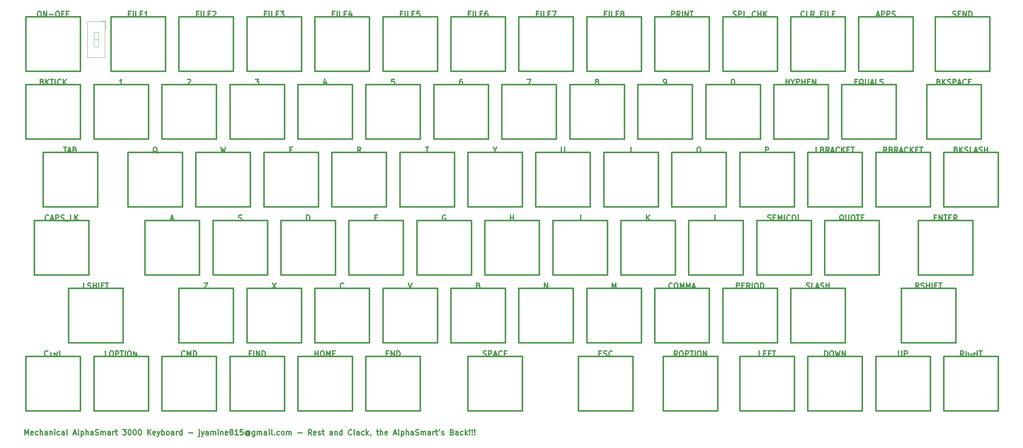
<source format=gbr>
G04 #@! TF.FileFunction,Legend,Top*
%FSLAX46Y46*%
G04 Gerber Fmt 4.6, Leading zero omitted, Abs format (unit mm)*
G04 Created by KiCad (PCBNEW 4.0.6) date 09/10/17 00:35:59*
%MOMM*%
%LPD*%
G01*
G04 APERTURE LIST*
%ADD10C,0.100000*%
%ADD11C,0.300000*%
%ADD12C,0.381000*%
%ADD13C,0.120000*%
%ADD14C,0.304800*%
%ADD15C,4.380180*%
%ADD16C,3.000000*%
%ADD17C,2.099260*%
%ADD18C,3.400000*%
%ADD19C,1.900000*%
%ADD20C,1.924000*%
%ADD21C,3.450000*%
%ADD22C,4.400000*%
%ADD23R,2.000000X2.000000*%
%ADD24O,2.000000X2.000000*%
G04 APERTURE END LIST*
D10*
D11*
X78357143Y-197678571D02*
X78357143Y-196178571D01*
X78857143Y-197250000D01*
X79357143Y-196178571D01*
X79357143Y-197678571D01*
X80642857Y-197607143D02*
X80500000Y-197678571D01*
X80214286Y-197678571D01*
X80071429Y-197607143D01*
X80000000Y-197464286D01*
X80000000Y-196892857D01*
X80071429Y-196750000D01*
X80214286Y-196678571D01*
X80500000Y-196678571D01*
X80642857Y-196750000D01*
X80714286Y-196892857D01*
X80714286Y-197035714D01*
X80000000Y-197178571D01*
X82000000Y-197607143D02*
X81857143Y-197678571D01*
X81571429Y-197678571D01*
X81428571Y-197607143D01*
X81357143Y-197535714D01*
X81285714Y-197392857D01*
X81285714Y-196964286D01*
X81357143Y-196821429D01*
X81428571Y-196750000D01*
X81571429Y-196678571D01*
X81857143Y-196678571D01*
X82000000Y-196750000D01*
X82642857Y-197678571D02*
X82642857Y-196178571D01*
X83285714Y-197678571D02*
X83285714Y-196892857D01*
X83214285Y-196750000D01*
X83071428Y-196678571D01*
X82857143Y-196678571D01*
X82714285Y-196750000D01*
X82642857Y-196821429D01*
X84642857Y-197678571D02*
X84642857Y-196892857D01*
X84571428Y-196750000D01*
X84428571Y-196678571D01*
X84142857Y-196678571D01*
X84000000Y-196750000D01*
X84642857Y-197607143D02*
X84500000Y-197678571D01*
X84142857Y-197678571D01*
X84000000Y-197607143D01*
X83928571Y-197464286D01*
X83928571Y-197321429D01*
X84000000Y-197178571D01*
X84142857Y-197107143D01*
X84500000Y-197107143D01*
X84642857Y-197035714D01*
X85357143Y-196678571D02*
X85357143Y-197678571D01*
X85357143Y-196821429D02*
X85428571Y-196750000D01*
X85571429Y-196678571D01*
X85785714Y-196678571D01*
X85928571Y-196750000D01*
X86000000Y-196892857D01*
X86000000Y-197678571D01*
X86714286Y-197678571D02*
X86714286Y-196678571D01*
X86714286Y-196178571D02*
X86642857Y-196250000D01*
X86714286Y-196321429D01*
X86785714Y-196250000D01*
X86714286Y-196178571D01*
X86714286Y-196321429D01*
X88071429Y-197607143D02*
X87928572Y-197678571D01*
X87642858Y-197678571D01*
X87500000Y-197607143D01*
X87428572Y-197535714D01*
X87357143Y-197392857D01*
X87357143Y-196964286D01*
X87428572Y-196821429D01*
X87500000Y-196750000D01*
X87642858Y-196678571D01*
X87928572Y-196678571D01*
X88071429Y-196750000D01*
X89357143Y-197678571D02*
X89357143Y-196892857D01*
X89285714Y-196750000D01*
X89142857Y-196678571D01*
X88857143Y-196678571D01*
X88714286Y-196750000D01*
X89357143Y-197607143D02*
X89214286Y-197678571D01*
X88857143Y-197678571D01*
X88714286Y-197607143D01*
X88642857Y-197464286D01*
X88642857Y-197321429D01*
X88714286Y-197178571D01*
X88857143Y-197107143D01*
X89214286Y-197107143D01*
X89357143Y-197035714D01*
X90285715Y-197678571D02*
X90142857Y-197607143D01*
X90071429Y-197464286D01*
X90071429Y-196178571D01*
X91928571Y-197250000D02*
X92642857Y-197250000D01*
X91785714Y-197678571D02*
X92285714Y-196178571D01*
X92785714Y-197678571D01*
X93500000Y-197678571D02*
X93357142Y-197607143D01*
X93285714Y-197464286D01*
X93285714Y-196178571D01*
X94071428Y-196678571D02*
X94071428Y-198178571D01*
X94071428Y-196750000D02*
X94214285Y-196678571D01*
X94499999Y-196678571D01*
X94642856Y-196750000D01*
X94714285Y-196821429D01*
X94785714Y-196964286D01*
X94785714Y-197392857D01*
X94714285Y-197535714D01*
X94642856Y-197607143D01*
X94499999Y-197678571D01*
X94214285Y-197678571D01*
X94071428Y-197607143D01*
X95428571Y-197678571D02*
X95428571Y-196178571D01*
X96071428Y-197678571D02*
X96071428Y-196892857D01*
X95999999Y-196750000D01*
X95857142Y-196678571D01*
X95642857Y-196678571D01*
X95499999Y-196750000D01*
X95428571Y-196821429D01*
X97428571Y-197678571D02*
X97428571Y-196892857D01*
X97357142Y-196750000D01*
X97214285Y-196678571D01*
X96928571Y-196678571D01*
X96785714Y-196750000D01*
X97428571Y-197607143D02*
X97285714Y-197678571D01*
X96928571Y-197678571D01*
X96785714Y-197607143D01*
X96714285Y-197464286D01*
X96714285Y-197321429D01*
X96785714Y-197178571D01*
X96928571Y-197107143D01*
X97285714Y-197107143D01*
X97428571Y-197035714D01*
X98071428Y-197607143D02*
X98285714Y-197678571D01*
X98642857Y-197678571D01*
X98785714Y-197607143D01*
X98857143Y-197535714D01*
X98928571Y-197392857D01*
X98928571Y-197250000D01*
X98857143Y-197107143D01*
X98785714Y-197035714D01*
X98642857Y-196964286D01*
X98357143Y-196892857D01*
X98214285Y-196821429D01*
X98142857Y-196750000D01*
X98071428Y-196607143D01*
X98071428Y-196464286D01*
X98142857Y-196321429D01*
X98214285Y-196250000D01*
X98357143Y-196178571D01*
X98714285Y-196178571D01*
X98928571Y-196250000D01*
X99571428Y-197678571D02*
X99571428Y-196678571D01*
X99571428Y-196821429D02*
X99642856Y-196750000D01*
X99785714Y-196678571D01*
X99999999Y-196678571D01*
X100142856Y-196750000D01*
X100214285Y-196892857D01*
X100214285Y-197678571D01*
X100214285Y-196892857D02*
X100285714Y-196750000D01*
X100428571Y-196678571D01*
X100642856Y-196678571D01*
X100785714Y-196750000D01*
X100857142Y-196892857D01*
X100857142Y-197678571D01*
X102214285Y-197678571D02*
X102214285Y-196892857D01*
X102142856Y-196750000D01*
X101999999Y-196678571D01*
X101714285Y-196678571D01*
X101571428Y-196750000D01*
X102214285Y-197607143D02*
X102071428Y-197678571D01*
X101714285Y-197678571D01*
X101571428Y-197607143D01*
X101499999Y-197464286D01*
X101499999Y-197321429D01*
X101571428Y-197178571D01*
X101714285Y-197107143D01*
X102071428Y-197107143D01*
X102214285Y-197035714D01*
X102928571Y-197678571D02*
X102928571Y-196678571D01*
X102928571Y-196964286D02*
X102999999Y-196821429D01*
X103071428Y-196750000D01*
X103214285Y-196678571D01*
X103357142Y-196678571D01*
X103642856Y-196678571D02*
X104214285Y-196678571D01*
X103857142Y-196178571D02*
X103857142Y-197464286D01*
X103928570Y-197607143D01*
X104071428Y-197678571D01*
X104214285Y-197678571D01*
X105714285Y-196178571D02*
X106642856Y-196178571D01*
X106142856Y-196750000D01*
X106357142Y-196750000D01*
X106499999Y-196821429D01*
X106571428Y-196892857D01*
X106642856Y-197035714D01*
X106642856Y-197392857D01*
X106571428Y-197535714D01*
X106499999Y-197607143D01*
X106357142Y-197678571D01*
X105928570Y-197678571D01*
X105785713Y-197607143D01*
X105714285Y-197535714D01*
X107571427Y-196178571D02*
X107714284Y-196178571D01*
X107857141Y-196250000D01*
X107928570Y-196321429D01*
X107999999Y-196464286D01*
X108071427Y-196750000D01*
X108071427Y-197107143D01*
X107999999Y-197392857D01*
X107928570Y-197535714D01*
X107857141Y-197607143D01*
X107714284Y-197678571D01*
X107571427Y-197678571D01*
X107428570Y-197607143D01*
X107357141Y-197535714D01*
X107285713Y-197392857D01*
X107214284Y-197107143D01*
X107214284Y-196750000D01*
X107285713Y-196464286D01*
X107357141Y-196321429D01*
X107428570Y-196250000D01*
X107571427Y-196178571D01*
X108999998Y-196178571D02*
X109142855Y-196178571D01*
X109285712Y-196250000D01*
X109357141Y-196321429D01*
X109428570Y-196464286D01*
X109499998Y-196750000D01*
X109499998Y-197107143D01*
X109428570Y-197392857D01*
X109357141Y-197535714D01*
X109285712Y-197607143D01*
X109142855Y-197678571D01*
X108999998Y-197678571D01*
X108857141Y-197607143D01*
X108785712Y-197535714D01*
X108714284Y-197392857D01*
X108642855Y-197107143D01*
X108642855Y-196750000D01*
X108714284Y-196464286D01*
X108785712Y-196321429D01*
X108857141Y-196250000D01*
X108999998Y-196178571D01*
X110428569Y-196178571D02*
X110571426Y-196178571D01*
X110714283Y-196250000D01*
X110785712Y-196321429D01*
X110857141Y-196464286D01*
X110928569Y-196750000D01*
X110928569Y-197107143D01*
X110857141Y-197392857D01*
X110785712Y-197535714D01*
X110714283Y-197607143D01*
X110571426Y-197678571D01*
X110428569Y-197678571D01*
X110285712Y-197607143D01*
X110214283Y-197535714D01*
X110142855Y-197392857D01*
X110071426Y-197107143D01*
X110071426Y-196750000D01*
X110142855Y-196464286D01*
X110214283Y-196321429D01*
X110285712Y-196250000D01*
X110428569Y-196178571D01*
X112714283Y-197678571D02*
X112714283Y-196178571D01*
X113571426Y-197678571D02*
X112928569Y-196821429D01*
X113571426Y-196178571D02*
X112714283Y-197035714D01*
X114785711Y-197607143D02*
X114642854Y-197678571D01*
X114357140Y-197678571D01*
X114214283Y-197607143D01*
X114142854Y-197464286D01*
X114142854Y-196892857D01*
X114214283Y-196750000D01*
X114357140Y-196678571D01*
X114642854Y-196678571D01*
X114785711Y-196750000D01*
X114857140Y-196892857D01*
X114857140Y-197035714D01*
X114142854Y-197178571D01*
X115357140Y-196678571D02*
X115714283Y-197678571D01*
X116071425Y-196678571D02*
X115714283Y-197678571D01*
X115571425Y-198035714D01*
X115499997Y-198107143D01*
X115357140Y-198178571D01*
X116642854Y-197678571D02*
X116642854Y-196178571D01*
X116642854Y-196750000D02*
X116785711Y-196678571D01*
X117071425Y-196678571D01*
X117214282Y-196750000D01*
X117285711Y-196821429D01*
X117357140Y-196964286D01*
X117357140Y-197392857D01*
X117285711Y-197535714D01*
X117214282Y-197607143D01*
X117071425Y-197678571D01*
X116785711Y-197678571D01*
X116642854Y-197607143D01*
X118214283Y-197678571D02*
X118071425Y-197607143D01*
X117999997Y-197535714D01*
X117928568Y-197392857D01*
X117928568Y-196964286D01*
X117999997Y-196821429D01*
X118071425Y-196750000D01*
X118214283Y-196678571D01*
X118428568Y-196678571D01*
X118571425Y-196750000D01*
X118642854Y-196821429D01*
X118714283Y-196964286D01*
X118714283Y-197392857D01*
X118642854Y-197535714D01*
X118571425Y-197607143D01*
X118428568Y-197678571D01*
X118214283Y-197678571D01*
X119999997Y-197678571D02*
X119999997Y-196892857D01*
X119928568Y-196750000D01*
X119785711Y-196678571D01*
X119499997Y-196678571D01*
X119357140Y-196750000D01*
X119999997Y-197607143D02*
X119857140Y-197678571D01*
X119499997Y-197678571D01*
X119357140Y-197607143D01*
X119285711Y-197464286D01*
X119285711Y-197321429D01*
X119357140Y-197178571D01*
X119499997Y-197107143D01*
X119857140Y-197107143D01*
X119999997Y-197035714D01*
X120714283Y-197678571D02*
X120714283Y-196678571D01*
X120714283Y-196964286D02*
X120785711Y-196821429D01*
X120857140Y-196750000D01*
X120999997Y-196678571D01*
X121142854Y-196678571D01*
X122285711Y-197678571D02*
X122285711Y-196178571D01*
X122285711Y-197607143D02*
X122142854Y-197678571D01*
X121857140Y-197678571D01*
X121714282Y-197607143D01*
X121642854Y-197535714D01*
X121571425Y-197392857D01*
X121571425Y-196964286D01*
X121642854Y-196821429D01*
X121714282Y-196750000D01*
X121857140Y-196678571D01*
X122142854Y-196678571D01*
X122285711Y-196750000D01*
X124142854Y-197107143D02*
X125285711Y-197107143D01*
X127142854Y-196678571D02*
X127142854Y-197964286D01*
X127071425Y-198107143D01*
X126928568Y-198178571D01*
X126857140Y-198178571D01*
X127142854Y-196178571D02*
X127071425Y-196250000D01*
X127142854Y-196321429D01*
X127214282Y-196250000D01*
X127142854Y-196178571D01*
X127142854Y-196321429D01*
X127714283Y-196678571D02*
X128071426Y-197678571D01*
X128428568Y-196678571D02*
X128071426Y-197678571D01*
X127928568Y-198035714D01*
X127857140Y-198107143D01*
X127714283Y-198178571D01*
X129642854Y-197678571D02*
X129642854Y-196892857D01*
X129571425Y-196750000D01*
X129428568Y-196678571D01*
X129142854Y-196678571D01*
X128999997Y-196750000D01*
X129642854Y-197607143D02*
X129499997Y-197678571D01*
X129142854Y-197678571D01*
X128999997Y-197607143D01*
X128928568Y-197464286D01*
X128928568Y-197321429D01*
X128999997Y-197178571D01*
X129142854Y-197107143D01*
X129499997Y-197107143D01*
X129642854Y-197035714D01*
X130357140Y-197678571D02*
X130357140Y-196678571D01*
X130357140Y-196821429D02*
X130428568Y-196750000D01*
X130571426Y-196678571D01*
X130785711Y-196678571D01*
X130928568Y-196750000D01*
X130999997Y-196892857D01*
X130999997Y-197678571D01*
X130999997Y-196892857D02*
X131071426Y-196750000D01*
X131214283Y-196678571D01*
X131428568Y-196678571D01*
X131571426Y-196750000D01*
X131642854Y-196892857D01*
X131642854Y-197678571D01*
X132357140Y-197678571D02*
X132357140Y-196678571D01*
X132357140Y-196178571D02*
X132285711Y-196250000D01*
X132357140Y-196321429D01*
X132428568Y-196250000D01*
X132357140Y-196178571D01*
X132357140Y-196321429D01*
X133071426Y-196678571D02*
X133071426Y-197678571D01*
X133071426Y-196821429D02*
X133142854Y-196750000D01*
X133285712Y-196678571D01*
X133499997Y-196678571D01*
X133642854Y-196750000D01*
X133714283Y-196892857D01*
X133714283Y-197678571D01*
X134999997Y-197607143D02*
X134857140Y-197678571D01*
X134571426Y-197678571D01*
X134428569Y-197607143D01*
X134357140Y-197464286D01*
X134357140Y-196892857D01*
X134428569Y-196750000D01*
X134571426Y-196678571D01*
X134857140Y-196678571D01*
X134999997Y-196750000D01*
X135071426Y-196892857D01*
X135071426Y-197035714D01*
X134357140Y-197178571D01*
X135928569Y-196821429D02*
X135785711Y-196750000D01*
X135714283Y-196678571D01*
X135642854Y-196535714D01*
X135642854Y-196464286D01*
X135714283Y-196321429D01*
X135785711Y-196250000D01*
X135928569Y-196178571D01*
X136214283Y-196178571D01*
X136357140Y-196250000D01*
X136428569Y-196321429D01*
X136499997Y-196464286D01*
X136499997Y-196535714D01*
X136428569Y-196678571D01*
X136357140Y-196750000D01*
X136214283Y-196821429D01*
X135928569Y-196821429D01*
X135785711Y-196892857D01*
X135714283Y-196964286D01*
X135642854Y-197107143D01*
X135642854Y-197392857D01*
X135714283Y-197535714D01*
X135785711Y-197607143D01*
X135928569Y-197678571D01*
X136214283Y-197678571D01*
X136357140Y-197607143D01*
X136428569Y-197535714D01*
X136499997Y-197392857D01*
X136499997Y-197107143D01*
X136428569Y-196964286D01*
X136357140Y-196892857D01*
X136214283Y-196821429D01*
X137928568Y-197678571D02*
X137071425Y-197678571D01*
X137499997Y-197678571D02*
X137499997Y-196178571D01*
X137357140Y-196392857D01*
X137214282Y-196535714D01*
X137071425Y-196607143D01*
X139285711Y-196178571D02*
X138571425Y-196178571D01*
X138499996Y-196892857D01*
X138571425Y-196821429D01*
X138714282Y-196750000D01*
X139071425Y-196750000D01*
X139214282Y-196821429D01*
X139285711Y-196892857D01*
X139357139Y-197035714D01*
X139357139Y-197392857D01*
X139285711Y-197535714D01*
X139214282Y-197607143D01*
X139071425Y-197678571D01*
X138714282Y-197678571D01*
X138571425Y-197607143D01*
X138499996Y-197535714D01*
X140928567Y-196964286D02*
X140857139Y-196892857D01*
X140714282Y-196821429D01*
X140571424Y-196821429D01*
X140428567Y-196892857D01*
X140357139Y-196964286D01*
X140285710Y-197107143D01*
X140285710Y-197250000D01*
X140357139Y-197392857D01*
X140428567Y-197464286D01*
X140571424Y-197535714D01*
X140714282Y-197535714D01*
X140857139Y-197464286D01*
X140928567Y-197392857D01*
X140928567Y-196821429D02*
X140928567Y-197392857D01*
X140999996Y-197464286D01*
X141071424Y-197464286D01*
X141214282Y-197392857D01*
X141285710Y-197250000D01*
X141285710Y-196892857D01*
X141142853Y-196678571D01*
X140928567Y-196535714D01*
X140642853Y-196464286D01*
X140357139Y-196535714D01*
X140142853Y-196678571D01*
X139999996Y-196892857D01*
X139928567Y-197178571D01*
X139999996Y-197464286D01*
X140142853Y-197678571D01*
X140357139Y-197821429D01*
X140642853Y-197892857D01*
X140928567Y-197821429D01*
X141142853Y-197678571D01*
X142571424Y-196678571D02*
X142571424Y-197892857D01*
X142499995Y-198035714D01*
X142428567Y-198107143D01*
X142285710Y-198178571D01*
X142071424Y-198178571D01*
X141928567Y-198107143D01*
X142571424Y-197607143D02*
X142428567Y-197678571D01*
X142142853Y-197678571D01*
X141999995Y-197607143D01*
X141928567Y-197535714D01*
X141857138Y-197392857D01*
X141857138Y-196964286D01*
X141928567Y-196821429D01*
X141999995Y-196750000D01*
X142142853Y-196678571D01*
X142428567Y-196678571D01*
X142571424Y-196750000D01*
X143285710Y-197678571D02*
X143285710Y-196678571D01*
X143285710Y-196821429D02*
X143357138Y-196750000D01*
X143499996Y-196678571D01*
X143714281Y-196678571D01*
X143857138Y-196750000D01*
X143928567Y-196892857D01*
X143928567Y-197678571D01*
X143928567Y-196892857D02*
X143999996Y-196750000D01*
X144142853Y-196678571D01*
X144357138Y-196678571D01*
X144499996Y-196750000D01*
X144571424Y-196892857D01*
X144571424Y-197678571D01*
X145928567Y-197678571D02*
X145928567Y-196892857D01*
X145857138Y-196750000D01*
X145714281Y-196678571D01*
X145428567Y-196678571D01*
X145285710Y-196750000D01*
X145928567Y-197607143D02*
X145785710Y-197678571D01*
X145428567Y-197678571D01*
X145285710Y-197607143D01*
X145214281Y-197464286D01*
X145214281Y-197321429D01*
X145285710Y-197178571D01*
X145428567Y-197107143D01*
X145785710Y-197107143D01*
X145928567Y-197035714D01*
X146642853Y-197678571D02*
X146642853Y-196678571D01*
X146642853Y-196178571D02*
X146571424Y-196250000D01*
X146642853Y-196321429D01*
X146714281Y-196250000D01*
X146642853Y-196178571D01*
X146642853Y-196321429D01*
X147571425Y-197678571D02*
X147428567Y-197607143D01*
X147357139Y-197464286D01*
X147357139Y-196178571D01*
X148142853Y-197535714D02*
X148214281Y-197607143D01*
X148142853Y-197678571D01*
X148071424Y-197607143D01*
X148142853Y-197535714D01*
X148142853Y-197678571D01*
X149499996Y-197607143D02*
X149357139Y-197678571D01*
X149071425Y-197678571D01*
X148928567Y-197607143D01*
X148857139Y-197535714D01*
X148785710Y-197392857D01*
X148785710Y-196964286D01*
X148857139Y-196821429D01*
X148928567Y-196750000D01*
X149071425Y-196678571D01*
X149357139Y-196678571D01*
X149499996Y-196750000D01*
X150357139Y-197678571D02*
X150214281Y-197607143D01*
X150142853Y-197535714D01*
X150071424Y-197392857D01*
X150071424Y-196964286D01*
X150142853Y-196821429D01*
X150214281Y-196750000D01*
X150357139Y-196678571D01*
X150571424Y-196678571D01*
X150714281Y-196750000D01*
X150785710Y-196821429D01*
X150857139Y-196964286D01*
X150857139Y-197392857D01*
X150785710Y-197535714D01*
X150714281Y-197607143D01*
X150571424Y-197678571D01*
X150357139Y-197678571D01*
X151499996Y-197678571D02*
X151499996Y-196678571D01*
X151499996Y-196821429D02*
X151571424Y-196750000D01*
X151714282Y-196678571D01*
X151928567Y-196678571D01*
X152071424Y-196750000D01*
X152142853Y-196892857D01*
X152142853Y-197678571D01*
X152142853Y-196892857D02*
X152214282Y-196750000D01*
X152357139Y-196678571D01*
X152571424Y-196678571D01*
X152714282Y-196750000D01*
X152785710Y-196892857D01*
X152785710Y-197678571D01*
X154642853Y-197107143D02*
X155785710Y-197107143D01*
X158499996Y-197678571D02*
X157999996Y-196964286D01*
X157642853Y-197678571D02*
X157642853Y-196178571D01*
X158214281Y-196178571D01*
X158357139Y-196250000D01*
X158428567Y-196321429D01*
X158499996Y-196464286D01*
X158499996Y-196678571D01*
X158428567Y-196821429D01*
X158357139Y-196892857D01*
X158214281Y-196964286D01*
X157642853Y-196964286D01*
X159714281Y-197607143D02*
X159571424Y-197678571D01*
X159285710Y-197678571D01*
X159142853Y-197607143D01*
X159071424Y-197464286D01*
X159071424Y-196892857D01*
X159142853Y-196750000D01*
X159285710Y-196678571D01*
X159571424Y-196678571D01*
X159714281Y-196750000D01*
X159785710Y-196892857D01*
X159785710Y-197035714D01*
X159071424Y-197178571D01*
X160357138Y-197607143D02*
X160499995Y-197678571D01*
X160785710Y-197678571D01*
X160928567Y-197607143D01*
X160999995Y-197464286D01*
X160999995Y-197392857D01*
X160928567Y-197250000D01*
X160785710Y-197178571D01*
X160571424Y-197178571D01*
X160428567Y-197107143D01*
X160357138Y-196964286D01*
X160357138Y-196892857D01*
X160428567Y-196750000D01*
X160571424Y-196678571D01*
X160785710Y-196678571D01*
X160928567Y-196750000D01*
X161428567Y-196678571D02*
X161999996Y-196678571D01*
X161642853Y-196178571D02*
X161642853Y-197464286D01*
X161714281Y-197607143D01*
X161857139Y-197678571D01*
X161999996Y-197678571D01*
X164285710Y-197678571D02*
X164285710Y-196892857D01*
X164214281Y-196750000D01*
X164071424Y-196678571D01*
X163785710Y-196678571D01*
X163642853Y-196750000D01*
X164285710Y-197607143D02*
X164142853Y-197678571D01*
X163785710Y-197678571D01*
X163642853Y-197607143D01*
X163571424Y-197464286D01*
X163571424Y-197321429D01*
X163642853Y-197178571D01*
X163785710Y-197107143D01*
X164142853Y-197107143D01*
X164285710Y-197035714D01*
X164999996Y-196678571D02*
X164999996Y-197678571D01*
X164999996Y-196821429D02*
X165071424Y-196750000D01*
X165214282Y-196678571D01*
X165428567Y-196678571D01*
X165571424Y-196750000D01*
X165642853Y-196892857D01*
X165642853Y-197678571D01*
X166999996Y-197678571D02*
X166999996Y-196178571D01*
X166999996Y-197607143D02*
X166857139Y-197678571D01*
X166571425Y-197678571D01*
X166428567Y-197607143D01*
X166357139Y-197535714D01*
X166285710Y-197392857D01*
X166285710Y-196964286D01*
X166357139Y-196821429D01*
X166428567Y-196750000D01*
X166571425Y-196678571D01*
X166857139Y-196678571D01*
X166999996Y-196750000D01*
X169714282Y-197535714D02*
X169642853Y-197607143D01*
X169428567Y-197678571D01*
X169285710Y-197678571D01*
X169071425Y-197607143D01*
X168928567Y-197464286D01*
X168857139Y-197321429D01*
X168785710Y-197035714D01*
X168785710Y-196821429D01*
X168857139Y-196535714D01*
X168928567Y-196392857D01*
X169071425Y-196250000D01*
X169285710Y-196178571D01*
X169428567Y-196178571D01*
X169642853Y-196250000D01*
X169714282Y-196321429D01*
X170571425Y-197678571D02*
X170428567Y-197607143D01*
X170357139Y-197464286D01*
X170357139Y-196178571D01*
X171785710Y-197678571D02*
X171785710Y-196892857D01*
X171714281Y-196750000D01*
X171571424Y-196678571D01*
X171285710Y-196678571D01*
X171142853Y-196750000D01*
X171785710Y-197607143D02*
X171642853Y-197678571D01*
X171285710Y-197678571D01*
X171142853Y-197607143D01*
X171071424Y-197464286D01*
X171071424Y-197321429D01*
X171142853Y-197178571D01*
X171285710Y-197107143D01*
X171642853Y-197107143D01*
X171785710Y-197035714D01*
X173142853Y-197607143D02*
X172999996Y-197678571D01*
X172714282Y-197678571D01*
X172571424Y-197607143D01*
X172499996Y-197535714D01*
X172428567Y-197392857D01*
X172428567Y-196964286D01*
X172499996Y-196821429D01*
X172571424Y-196750000D01*
X172714282Y-196678571D01*
X172999996Y-196678571D01*
X173142853Y-196750000D01*
X173785710Y-197678571D02*
X173785710Y-196178571D01*
X173928567Y-197107143D02*
X174357138Y-197678571D01*
X174357138Y-196678571D02*
X173785710Y-197250000D01*
X175071424Y-197607143D02*
X175071424Y-197678571D01*
X174999996Y-197821429D01*
X174928567Y-197892857D01*
X176642853Y-196678571D02*
X177214282Y-196678571D01*
X176857139Y-196178571D02*
X176857139Y-197464286D01*
X176928567Y-197607143D01*
X177071425Y-197678571D01*
X177214282Y-197678571D01*
X177714282Y-197678571D02*
X177714282Y-196178571D01*
X178357139Y-197678571D02*
X178357139Y-196892857D01*
X178285710Y-196750000D01*
X178142853Y-196678571D01*
X177928568Y-196678571D01*
X177785710Y-196750000D01*
X177714282Y-196821429D01*
X179642853Y-197607143D02*
X179499996Y-197678571D01*
X179214282Y-197678571D01*
X179071425Y-197607143D01*
X178999996Y-197464286D01*
X178999996Y-196892857D01*
X179071425Y-196750000D01*
X179214282Y-196678571D01*
X179499996Y-196678571D01*
X179642853Y-196750000D01*
X179714282Y-196892857D01*
X179714282Y-197035714D01*
X178999996Y-197178571D01*
X181428567Y-197250000D02*
X182142853Y-197250000D01*
X181285710Y-197678571D02*
X181785710Y-196178571D01*
X182285710Y-197678571D01*
X182999996Y-197678571D02*
X182857138Y-197607143D01*
X182785710Y-197464286D01*
X182785710Y-196178571D01*
X183571424Y-196678571D02*
X183571424Y-198178571D01*
X183571424Y-196750000D02*
X183714281Y-196678571D01*
X183999995Y-196678571D01*
X184142852Y-196750000D01*
X184214281Y-196821429D01*
X184285710Y-196964286D01*
X184285710Y-197392857D01*
X184214281Y-197535714D01*
X184142852Y-197607143D01*
X183999995Y-197678571D01*
X183714281Y-197678571D01*
X183571424Y-197607143D01*
X184928567Y-197678571D02*
X184928567Y-196178571D01*
X185571424Y-197678571D02*
X185571424Y-196892857D01*
X185499995Y-196750000D01*
X185357138Y-196678571D01*
X185142853Y-196678571D01*
X184999995Y-196750000D01*
X184928567Y-196821429D01*
X186928567Y-197678571D02*
X186928567Y-196892857D01*
X186857138Y-196750000D01*
X186714281Y-196678571D01*
X186428567Y-196678571D01*
X186285710Y-196750000D01*
X186928567Y-197607143D02*
X186785710Y-197678571D01*
X186428567Y-197678571D01*
X186285710Y-197607143D01*
X186214281Y-197464286D01*
X186214281Y-197321429D01*
X186285710Y-197178571D01*
X186428567Y-197107143D01*
X186785710Y-197107143D01*
X186928567Y-197035714D01*
X187571424Y-197607143D02*
X187785710Y-197678571D01*
X188142853Y-197678571D01*
X188285710Y-197607143D01*
X188357139Y-197535714D01*
X188428567Y-197392857D01*
X188428567Y-197250000D01*
X188357139Y-197107143D01*
X188285710Y-197035714D01*
X188142853Y-196964286D01*
X187857139Y-196892857D01*
X187714281Y-196821429D01*
X187642853Y-196750000D01*
X187571424Y-196607143D01*
X187571424Y-196464286D01*
X187642853Y-196321429D01*
X187714281Y-196250000D01*
X187857139Y-196178571D01*
X188214281Y-196178571D01*
X188428567Y-196250000D01*
X189071424Y-197678571D02*
X189071424Y-196678571D01*
X189071424Y-196821429D02*
X189142852Y-196750000D01*
X189285710Y-196678571D01*
X189499995Y-196678571D01*
X189642852Y-196750000D01*
X189714281Y-196892857D01*
X189714281Y-197678571D01*
X189714281Y-196892857D02*
X189785710Y-196750000D01*
X189928567Y-196678571D01*
X190142852Y-196678571D01*
X190285710Y-196750000D01*
X190357138Y-196892857D01*
X190357138Y-197678571D01*
X191714281Y-197678571D02*
X191714281Y-196892857D01*
X191642852Y-196750000D01*
X191499995Y-196678571D01*
X191214281Y-196678571D01*
X191071424Y-196750000D01*
X191714281Y-197607143D02*
X191571424Y-197678571D01*
X191214281Y-197678571D01*
X191071424Y-197607143D01*
X190999995Y-197464286D01*
X190999995Y-197321429D01*
X191071424Y-197178571D01*
X191214281Y-197107143D01*
X191571424Y-197107143D01*
X191714281Y-197035714D01*
X192428567Y-197678571D02*
X192428567Y-196678571D01*
X192428567Y-196964286D02*
X192499995Y-196821429D01*
X192571424Y-196750000D01*
X192714281Y-196678571D01*
X192857138Y-196678571D01*
X193142852Y-196678571D02*
X193714281Y-196678571D01*
X193357138Y-196178571D02*
X193357138Y-197464286D01*
X193428566Y-197607143D01*
X193571424Y-197678571D01*
X193714281Y-197678571D01*
X194285709Y-196178571D02*
X194142852Y-196464286D01*
X194857138Y-197607143D02*
X194999995Y-197678571D01*
X195285710Y-197678571D01*
X195428567Y-197607143D01*
X195499995Y-197464286D01*
X195499995Y-197392857D01*
X195428567Y-197250000D01*
X195285710Y-197178571D01*
X195071424Y-197178571D01*
X194928567Y-197107143D01*
X194857138Y-196964286D01*
X194857138Y-196892857D01*
X194928567Y-196750000D01*
X195071424Y-196678571D01*
X195285710Y-196678571D01*
X195428567Y-196750000D01*
X197785710Y-196892857D02*
X197999996Y-196964286D01*
X198071424Y-197035714D01*
X198142853Y-197178571D01*
X198142853Y-197392857D01*
X198071424Y-197535714D01*
X197999996Y-197607143D01*
X197857138Y-197678571D01*
X197285710Y-197678571D01*
X197285710Y-196178571D01*
X197785710Y-196178571D01*
X197928567Y-196250000D01*
X197999996Y-196321429D01*
X198071424Y-196464286D01*
X198071424Y-196607143D01*
X197999996Y-196750000D01*
X197928567Y-196821429D01*
X197785710Y-196892857D01*
X197285710Y-196892857D01*
X199428567Y-197678571D02*
X199428567Y-196892857D01*
X199357138Y-196750000D01*
X199214281Y-196678571D01*
X198928567Y-196678571D01*
X198785710Y-196750000D01*
X199428567Y-197607143D02*
X199285710Y-197678571D01*
X198928567Y-197678571D01*
X198785710Y-197607143D01*
X198714281Y-197464286D01*
X198714281Y-197321429D01*
X198785710Y-197178571D01*
X198928567Y-197107143D01*
X199285710Y-197107143D01*
X199428567Y-197035714D01*
X200785710Y-197607143D02*
X200642853Y-197678571D01*
X200357139Y-197678571D01*
X200214281Y-197607143D01*
X200142853Y-197535714D01*
X200071424Y-197392857D01*
X200071424Y-196964286D01*
X200142853Y-196821429D01*
X200214281Y-196750000D01*
X200357139Y-196678571D01*
X200642853Y-196678571D01*
X200785710Y-196750000D01*
X201428567Y-197678571D02*
X201428567Y-196178571D01*
X201571424Y-197107143D02*
X201999995Y-197678571D01*
X201999995Y-196678571D02*
X201428567Y-197250000D01*
X202642853Y-197535714D02*
X202714281Y-197607143D01*
X202642853Y-197678571D01*
X202571424Y-197607143D01*
X202642853Y-197535714D01*
X202642853Y-197678571D01*
X202642853Y-197107143D02*
X202571424Y-196250000D01*
X202642853Y-196178571D01*
X202714281Y-196250000D01*
X202642853Y-197107143D01*
X202642853Y-196178571D01*
X203357139Y-197535714D02*
X203428567Y-197607143D01*
X203357139Y-197678571D01*
X203285710Y-197607143D01*
X203357139Y-197535714D01*
X203357139Y-197678571D01*
X203357139Y-197107143D02*
X203285710Y-196250000D01*
X203357139Y-196178571D01*
X203428567Y-196250000D01*
X203357139Y-197107143D01*
X203357139Y-196178571D01*
X204071425Y-197535714D02*
X204142853Y-197607143D01*
X204071425Y-197678571D01*
X203999996Y-197607143D01*
X204071425Y-197535714D01*
X204071425Y-197678571D01*
X204071425Y-197107143D02*
X203999996Y-196250000D01*
X204071425Y-196178571D01*
X204142853Y-196250000D01*
X204071425Y-197107143D01*
X204071425Y-196178571D01*
D12*
X78630000Y-80630000D02*
X93870000Y-80630000D01*
X93870000Y-80630000D02*
X93870000Y-95870000D01*
X93870000Y-95870000D02*
X78630000Y-95870000D01*
X78630000Y-95870000D02*
X78630000Y-80630000D01*
X78630000Y-99630000D02*
X93870000Y-99630000D01*
X93870000Y-99630000D02*
X93870000Y-114870000D01*
X93870000Y-114870000D02*
X78630000Y-114870000D01*
X78630000Y-114870000D02*
X78630000Y-99630000D01*
X83380000Y-118630000D02*
X98620000Y-118630000D01*
X98620000Y-118630000D02*
X98620000Y-133870000D01*
X98620000Y-133870000D02*
X83380000Y-133870000D01*
X83380000Y-133870000D02*
X83380000Y-118630000D01*
X81005000Y-137630000D02*
X96245000Y-137630000D01*
X96245000Y-137630000D02*
X96245000Y-152870000D01*
X96245000Y-152870000D02*
X81005000Y-152870000D01*
X81005000Y-152870000D02*
X81005000Y-137630000D01*
X90505000Y-156630000D02*
X105745000Y-156630000D01*
X105745000Y-156630000D02*
X105745000Y-171870000D01*
X105745000Y-171870000D02*
X90505000Y-171870000D01*
X90505000Y-171870000D02*
X90505000Y-156630000D01*
X78630000Y-175630000D02*
X93870000Y-175630000D01*
X93870000Y-175630000D02*
X93870000Y-190870000D01*
X93870000Y-190870000D02*
X78630000Y-190870000D01*
X78630000Y-190870000D02*
X78630000Y-175630000D01*
X102380000Y-80630000D02*
X117620000Y-80630000D01*
X117620000Y-80630000D02*
X117620000Y-95870000D01*
X117620000Y-95870000D02*
X102380000Y-95870000D01*
X102380000Y-95870000D02*
X102380000Y-80630000D01*
X97630000Y-99630000D02*
X112870000Y-99630000D01*
X112870000Y-99630000D02*
X112870000Y-114870000D01*
X112870000Y-114870000D02*
X97630000Y-114870000D01*
X97630000Y-114870000D02*
X97630000Y-99630000D01*
X107130000Y-118630000D02*
X122370000Y-118630000D01*
X122370000Y-118630000D02*
X122370000Y-133870000D01*
X122370000Y-133870000D02*
X107130000Y-133870000D01*
X107130000Y-133870000D02*
X107130000Y-118630000D01*
X111880000Y-137630000D02*
X127120000Y-137630000D01*
X127120000Y-137630000D02*
X127120000Y-152870000D01*
X127120000Y-152870000D02*
X111880000Y-152870000D01*
X111880000Y-152870000D02*
X111880000Y-137630000D01*
X121380000Y-156630000D02*
X136620000Y-156630000D01*
X136620000Y-156630000D02*
X136620000Y-171870000D01*
X136620000Y-171870000D02*
X121380000Y-171870000D01*
X121380000Y-171870000D02*
X121380000Y-156630000D01*
X97630000Y-175630000D02*
X112870000Y-175630000D01*
X112870000Y-175630000D02*
X112870000Y-190870000D01*
X112870000Y-190870000D02*
X97630000Y-190870000D01*
X97630000Y-190870000D02*
X97630000Y-175630000D01*
X121380000Y-80630000D02*
X136620000Y-80630000D01*
X136620000Y-80630000D02*
X136620000Y-95870000D01*
X136620000Y-95870000D02*
X121380000Y-95870000D01*
X121380000Y-95870000D02*
X121380000Y-80630000D01*
X116630000Y-99630000D02*
X131870000Y-99630000D01*
X131870000Y-99630000D02*
X131870000Y-114870000D01*
X131870000Y-114870000D02*
X116630000Y-114870000D01*
X116630000Y-114870000D02*
X116630000Y-99630000D01*
X126130000Y-118630000D02*
X141370000Y-118630000D01*
X141370000Y-118630000D02*
X141370000Y-133870000D01*
X141370000Y-133870000D02*
X126130000Y-133870000D01*
X126130000Y-133870000D02*
X126130000Y-118630000D01*
X130880000Y-137630000D02*
X146120000Y-137630000D01*
X146120000Y-137630000D02*
X146120000Y-152870000D01*
X146120000Y-152870000D02*
X130880000Y-152870000D01*
X130880000Y-152870000D02*
X130880000Y-137630000D01*
X140380000Y-156630000D02*
X155620000Y-156630000D01*
X155620000Y-156630000D02*
X155620000Y-171870000D01*
X155620000Y-171870000D02*
X140380000Y-171870000D01*
X140380000Y-171870000D02*
X140380000Y-156630000D01*
X116630000Y-175630000D02*
X131870000Y-175630000D01*
X131870000Y-175630000D02*
X131870000Y-190870000D01*
X131870000Y-190870000D02*
X116630000Y-190870000D01*
X116630000Y-190870000D02*
X116630000Y-175630000D01*
X140380000Y-80630000D02*
X155620000Y-80630000D01*
X155620000Y-80630000D02*
X155620000Y-95870000D01*
X155620000Y-95870000D02*
X140380000Y-95870000D01*
X140380000Y-95870000D02*
X140380000Y-80630000D01*
X135630000Y-99630000D02*
X150870000Y-99630000D01*
X150870000Y-99630000D02*
X150870000Y-114870000D01*
X150870000Y-114870000D02*
X135630000Y-114870000D01*
X135630000Y-114870000D02*
X135630000Y-99630000D01*
X145130000Y-118630000D02*
X160370000Y-118630000D01*
X160370000Y-118630000D02*
X160370000Y-133870000D01*
X160370000Y-133870000D02*
X145130000Y-133870000D01*
X145130000Y-133870000D02*
X145130000Y-118630000D01*
X149880000Y-137630000D02*
X165120000Y-137630000D01*
X165120000Y-137630000D02*
X165120000Y-152870000D01*
X165120000Y-152870000D02*
X149880000Y-152870000D01*
X149880000Y-152870000D02*
X149880000Y-137630000D01*
X159380000Y-156630000D02*
X174620000Y-156630000D01*
X174620000Y-156630000D02*
X174620000Y-171870000D01*
X174620000Y-171870000D02*
X159380000Y-171870000D01*
X159380000Y-171870000D02*
X159380000Y-156630000D01*
X135630000Y-175630000D02*
X150870000Y-175630000D01*
X150870000Y-175630000D02*
X150870000Y-190870000D01*
X150870000Y-190870000D02*
X135630000Y-190870000D01*
X135630000Y-190870000D02*
X135630000Y-175630000D01*
X159380000Y-80630000D02*
X174620000Y-80630000D01*
X174620000Y-80630000D02*
X174620000Y-95870000D01*
X174620000Y-95870000D02*
X159380000Y-95870000D01*
X159380000Y-95870000D02*
X159380000Y-80630000D01*
X154630000Y-99630000D02*
X169870000Y-99630000D01*
X169870000Y-99630000D02*
X169870000Y-114870000D01*
X169870000Y-114870000D02*
X154630000Y-114870000D01*
X154630000Y-114870000D02*
X154630000Y-99630000D01*
X164130000Y-118630000D02*
X179370000Y-118630000D01*
X179370000Y-118630000D02*
X179370000Y-133870000D01*
X179370000Y-133870000D02*
X164130000Y-133870000D01*
X164130000Y-133870000D02*
X164130000Y-118630000D01*
X168880000Y-137630000D02*
X184120000Y-137630000D01*
X184120000Y-137630000D02*
X184120000Y-152870000D01*
X184120000Y-152870000D02*
X168880000Y-152870000D01*
X168880000Y-152870000D02*
X168880000Y-137630000D01*
X178380000Y-156630000D02*
X193620000Y-156630000D01*
X193620000Y-156630000D02*
X193620000Y-171870000D01*
X193620000Y-171870000D02*
X178380000Y-171870000D01*
X178380000Y-171870000D02*
X178380000Y-156630000D01*
X154630000Y-175630000D02*
X169870000Y-175630000D01*
X169870000Y-175630000D02*
X169870000Y-190870000D01*
X169870000Y-190870000D02*
X154630000Y-190870000D01*
X154630000Y-190870000D02*
X154630000Y-175630000D01*
X178380000Y-80630000D02*
X193620000Y-80630000D01*
X193620000Y-80630000D02*
X193620000Y-95870000D01*
X193620000Y-95870000D02*
X178380000Y-95870000D01*
X178380000Y-95870000D02*
X178380000Y-80630000D01*
X173630000Y-99630000D02*
X188870000Y-99630000D01*
X188870000Y-99630000D02*
X188870000Y-114870000D01*
X188870000Y-114870000D02*
X173630000Y-114870000D01*
X173630000Y-114870000D02*
X173630000Y-99630000D01*
X183130000Y-118630000D02*
X198370000Y-118630000D01*
X198370000Y-118630000D02*
X198370000Y-133870000D01*
X198370000Y-133870000D02*
X183130000Y-133870000D01*
X183130000Y-133870000D02*
X183130000Y-118630000D01*
X187880000Y-137630000D02*
X203120000Y-137630000D01*
X203120000Y-137630000D02*
X203120000Y-152870000D01*
X203120000Y-152870000D02*
X187880000Y-152870000D01*
X187880000Y-152870000D02*
X187880000Y-137630000D01*
X197380000Y-156630000D02*
X212620000Y-156630000D01*
X212620000Y-156630000D02*
X212620000Y-171870000D01*
X212620000Y-171870000D02*
X197380000Y-171870000D01*
X197380000Y-171870000D02*
X197380000Y-156630000D01*
X173630000Y-175630000D02*
X188870000Y-175630000D01*
X188870000Y-175630000D02*
X188870000Y-190870000D01*
X188870000Y-190870000D02*
X173630000Y-190870000D01*
X173630000Y-190870000D02*
X173630000Y-175630000D01*
X197380000Y-80630000D02*
X212620000Y-80630000D01*
X212620000Y-80630000D02*
X212620000Y-95870000D01*
X212620000Y-95870000D02*
X197380000Y-95870000D01*
X197380000Y-95870000D02*
X197380000Y-80630000D01*
X192630000Y-99630000D02*
X207870000Y-99630000D01*
X207870000Y-99630000D02*
X207870000Y-114870000D01*
X207870000Y-114870000D02*
X192630000Y-114870000D01*
X192630000Y-114870000D02*
X192630000Y-99630000D01*
X202130000Y-118630000D02*
X217370000Y-118630000D01*
X217370000Y-118630000D02*
X217370000Y-133870000D01*
X217370000Y-133870000D02*
X202130000Y-133870000D01*
X202130000Y-133870000D02*
X202130000Y-118630000D01*
X206880000Y-137630000D02*
X222120000Y-137630000D01*
X222120000Y-137630000D02*
X222120000Y-152870000D01*
X222120000Y-152870000D02*
X206880000Y-152870000D01*
X206880000Y-152870000D02*
X206880000Y-137630000D01*
X216380000Y-156630000D02*
X231620000Y-156630000D01*
X231620000Y-156630000D02*
X231620000Y-171870000D01*
X231620000Y-171870000D02*
X216380000Y-171870000D01*
X216380000Y-171870000D02*
X216380000Y-156630000D01*
X202130000Y-175630000D02*
X217370000Y-175630000D01*
X217370000Y-175630000D02*
X217370000Y-190870000D01*
X217370000Y-190870000D02*
X202130000Y-190870000D01*
X202130000Y-190870000D02*
X202130000Y-175630000D01*
X216380000Y-80630000D02*
X231620000Y-80630000D01*
X231620000Y-80630000D02*
X231620000Y-95870000D01*
X231620000Y-95870000D02*
X216380000Y-95870000D01*
X216380000Y-95870000D02*
X216380000Y-80630000D01*
X211630000Y-99630000D02*
X226870000Y-99630000D01*
X226870000Y-99630000D02*
X226870000Y-114870000D01*
X226870000Y-114870000D02*
X211630000Y-114870000D01*
X211630000Y-114870000D02*
X211630000Y-99630000D01*
X221130000Y-118630000D02*
X236370000Y-118630000D01*
X236370000Y-118630000D02*
X236370000Y-133870000D01*
X236370000Y-133870000D02*
X221130000Y-133870000D01*
X221130000Y-133870000D02*
X221130000Y-118630000D01*
X225880000Y-137630000D02*
X241120000Y-137630000D01*
X241120000Y-137630000D02*
X241120000Y-152870000D01*
X241120000Y-152870000D02*
X225880000Y-152870000D01*
X225880000Y-152870000D02*
X225880000Y-137630000D01*
X235380000Y-156630000D02*
X250620000Y-156630000D01*
X250620000Y-156630000D02*
X250620000Y-171870000D01*
X250620000Y-171870000D02*
X235380000Y-171870000D01*
X235380000Y-171870000D02*
X235380000Y-156630000D01*
X233005000Y-175630000D02*
X248245000Y-175630000D01*
X248245000Y-175630000D02*
X248245000Y-190870000D01*
X248245000Y-190870000D02*
X233005000Y-190870000D01*
X233005000Y-190870000D02*
X233005000Y-175630000D01*
X235380000Y-80630000D02*
X250620000Y-80630000D01*
X250620000Y-80630000D02*
X250620000Y-95870000D01*
X250620000Y-95870000D02*
X235380000Y-95870000D01*
X235380000Y-95870000D02*
X235380000Y-80630000D01*
X230630000Y-99630000D02*
X245870000Y-99630000D01*
X245870000Y-99630000D02*
X245870000Y-114870000D01*
X245870000Y-114870000D02*
X230630000Y-114870000D01*
X230630000Y-114870000D02*
X230630000Y-99630000D01*
X240130000Y-118630000D02*
X255370000Y-118630000D01*
X255370000Y-118630000D02*
X255370000Y-133870000D01*
X255370000Y-133870000D02*
X240130000Y-133870000D01*
X240130000Y-133870000D02*
X240130000Y-118630000D01*
X244880000Y-137630000D02*
X260120000Y-137630000D01*
X260120000Y-137630000D02*
X260120000Y-152870000D01*
X260120000Y-152870000D02*
X244880000Y-152870000D01*
X244880000Y-152870000D02*
X244880000Y-137630000D01*
X254380000Y-156630000D02*
X269620000Y-156630000D01*
X269620000Y-156630000D02*
X269620000Y-171870000D01*
X269620000Y-171870000D02*
X254380000Y-171870000D01*
X254380000Y-171870000D02*
X254380000Y-156630000D01*
X256755000Y-175630000D02*
X271995000Y-175630000D01*
X271995000Y-175630000D02*
X271995000Y-190870000D01*
X271995000Y-190870000D02*
X256755000Y-190870000D01*
X256755000Y-190870000D02*
X256755000Y-175630000D01*
X254380000Y-80630000D02*
X269620000Y-80630000D01*
X269620000Y-80630000D02*
X269620000Y-95870000D01*
X269620000Y-95870000D02*
X254380000Y-95870000D01*
X254380000Y-95870000D02*
X254380000Y-80630000D01*
X249630000Y-99630000D02*
X264870000Y-99630000D01*
X264870000Y-99630000D02*
X264870000Y-114870000D01*
X264870000Y-114870000D02*
X249630000Y-114870000D01*
X249630000Y-114870000D02*
X249630000Y-99630000D01*
X259130000Y-118630000D02*
X274370000Y-118630000D01*
X274370000Y-118630000D02*
X274370000Y-133870000D01*
X274370000Y-133870000D02*
X259130000Y-133870000D01*
X259130000Y-133870000D02*
X259130000Y-118630000D01*
X263880000Y-137630000D02*
X279120000Y-137630000D01*
X279120000Y-137630000D02*
X279120000Y-152870000D01*
X279120000Y-152870000D02*
X263880000Y-152870000D01*
X263880000Y-152870000D02*
X263880000Y-137630000D01*
X273380000Y-156630000D02*
X288620000Y-156630000D01*
X288620000Y-156630000D02*
X288620000Y-171870000D01*
X288620000Y-171870000D02*
X273380000Y-171870000D01*
X273380000Y-171870000D02*
X273380000Y-156630000D01*
X278130000Y-175630000D02*
X293370000Y-175630000D01*
X293370000Y-175630000D02*
X293370000Y-190870000D01*
X293370000Y-190870000D02*
X278130000Y-190870000D01*
X278130000Y-190870000D02*
X278130000Y-175630000D01*
X273380000Y-80630000D02*
X288620000Y-80630000D01*
X288620000Y-80630000D02*
X288620000Y-95870000D01*
X288620000Y-95870000D02*
X273380000Y-95870000D01*
X273380000Y-95870000D02*
X273380000Y-80630000D01*
X268630000Y-99630000D02*
X283870000Y-99630000D01*
X283870000Y-99630000D02*
X283870000Y-114870000D01*
X283870000Y-114870000D02*
X268630000Y-114870000D01*
X268630000Y-114870000D02*
X268630000Y-99630000D01*
X278130000Y-118630000D02*
X293370000Y-118630000D01*
X293370000Y-118630000D02*
X293370000Y-133870000D01*
X293370000Y-133870000D02*
X278130000Y-133870000D01*
X278130000Y-133870000D02*
X278130000Y-118630000D01*
X282880000Y-137630000D02*
X298120000Y-137630000D01*
X298120000Y-137630000D02*
X298120000Y-152870000D01*
X298120000Y-152870000D02*
X282880000Y-152870000D01*
X282880000Y-152870000D02*
X282880000Y-137630000D01*
X292380000Y-156630000D02*
X307620000Y-156630000D01*
X307620000Y-156630000D02*
X307620000Y-171870000D01*
X307620000Y-171870000D02*
X292380000Y-171870000D01*
X292380000Y-171870000D02*
X292380000Y-156630000D01*
X316130000Y-175630000D02*
X331370000Y-175630000D01*
X331370000Y-175630000D02*
X331370000Y-190870000D01*
X331370000Y-190870000D02*
X316130000Y-190870000D01*
X316130000Y-190870000D02*
X316130000Y-175630000D01*
X292380000Y-80630000D02*
X307620000Y-80630000D01*
X307620000Y-80630000D02*
X307620000Y-95870000D01*
X307620000Y-95870000D02*
X292380000Y-95870000D01*
X292380000Y-95870000D02*
X292380000Y-80630000D01*
X287630000Y-99630000D02*
X302870000Y-99630000D01*
X302870000Y-99630000D02*
X302870000Y-114870000D01*
X302870000Y-114870000D02*
X287630000Y-114870000D01*
X287630000Y-114870000D02*
X287630000Y-99630000D01*
X297130000Y-118630000D02*
X312370000Y-118630000D01*
X312370000Y-118630000D02*
X312370000Y-133870000D01*
X312370000Y-133870000D02*
X297130000Y-133870000D01*
X297130000Y-133870000D02*
X297130000Y-118630000D01*
X301880000Y-137630000D02*
X317120000Y-137630000D01*
X317120000Y-137630000D02*
X317120000Y-152870000D01*
X317120000Y-152870000D02*
X301880000Y-152870000D01*
X301880000Y-152870000D02*
X301880000Y-137630000D01*
X323255000Y-156630000D02*
X338495000Y-156630000D01*
X338495000Y-156630000D02*
X338495000Y-171870000D01*
X338495000Y-171870000D02*
X323255000Y-171870000D01*
X323255000Y-171870000D02*
X323255000Y-156630000D01*
X297130000Y-175630000D02*
X312370000Y-175630000D01*
X312370000Y-175630000D02*
X312370000Y-190870000D01*
X312370000Y-190870000D02*
X297130000Y-190870000D01*
X297130000Y-190870000D02*
X297130000Y-175630000D01*
X311380000Y-80630000D02*
X326620000Y-80630000D01*
X326620000Y-80630000D02*
X326620000Y-95870000D01*
X326620000Y-95870000D02*
X311380000Y-95870000D01*
X311380000Y-95870000D02*
X311380000Y-80630000D01*
X306630000Y-99630000D02*
X321870000Y-99630000D01*
X321870000Y-99630000D02*
X321870000Y-114870000D01*
X321870000Y-114870000D02*
X306630000Y-114870000D01*
X306630000Y-114870000D02*
X306630000Y-99630000D01*
X316130000Y-118630000D02*
X331370000Y-118630000D01*
X331370000Y-118630000D02*
X331370000Y-133870000D01*
X331370000Y-133870000D02*
X316130000Y-133870000D01*
X316130000Y-133870000D02*
X316130000Y-118630000D01*
X328005000Y-137630000D02*
X343245000Y-137630000D01*
X343245000Y-137630000D02*
X343245000Y-152870000D01*
X343245000Y-152870000D02*
X328005000Y-152870000D01*
X328005000Y-152870000D02*
X328005000Y-137630000D01*
X335130000Y-175630000D02*
X350370000Y-175630000D01*
X350370000Y-175630000D02*
X350370000Y-190870000D01*
X350370000Y-190870000D02*
X335130000Y-190870000D01*
X335130000Y-190870000D02*
X335130000Y-175630000D01*
X332755000Y-80630000D02*
X347995000Y-80630000D01*
X347995000Y-80630000D02*
X347995000Y-95870000D01*
X347995000Y-95870000D02*
X332755000Y-95870000D01*
X332755000Y-95870000D02*
X332755000Y-80630000D01*
X330380000Y-99630000D02*
X345620000Y-99630000D01*
X345620000Y-99630000D02*
X345620000Y-114870000D01*
X345620000Y-114870000D02*
X330380000Y-114870000D01*
X330380000Y-114870000D02*
X330380000Y-99630000D01*
X335130000Y-118630000D02*
X350370000Y-118630000D01*
X350370000Y-118630000D02*
X350370000Y-133870000D01*
X350370000Y-133870000D02*
X335130000Y-133870000D01*
X335130000Y-133870000D02*
X335130000Y-118630000D01*
D13*
X100930000Y-81850000D02*
X99660000Y-81850000D01*
X100930000Y-81850000D02*
X100930000Y-84390000D01*
X100730000Y-82050000D02*
X100730000Y-92070000D01*
X100730000Y-92070000D02*
X95770000Y-92070000D01*
X95770000Y-92070000D02*
X95770000Y-82050000D01*
X95770000Y-82050000D02*
X100730000Y-82050000D01*
X98885000Y-85030000D02*
X97615000Y-85030000D01*
X97615000Y-85030000D02*
X97615000Y-89090000D01*
X97615000Y-89090000D02*
X98885000Y-89090000D01*
X98885000Y-89090000D02*
X98885000Y-85030000D01*
X98885000Y-87060000D02*
X97615000Y-87060000D01*
D14*
X82258572Y-79160429D02*
X82548858Y-79160429D01*
X82694000Y-79233000D01*
X82839143Y-79378143D01*
X82911715Y-79668429D01*
X82911715Y-80176429D01*
X82839143Y-80466714D01*
X82694000Y-80611857D01*
X82548858Y-80684429D01*
X82258572Y-80684429D01*
X82113429Y-80611857D01*
X81968286Y-80466714D01*
X81895715Y-80176429D01*
X81895715Y-79668429D01*
X81968286Y-79378143D01*
X82113429Y-79233000D01*
X82258572Y-79160429D01*
X83564857Y-80684429D02*
X83564857Y-79160429D01*
X84435714Y-80684429D01*
X84435714Y-79160429D01*
X85161428Y-80103857D02*
X86322571Y-80103857D01*
X87338571Y-79160429D02*
X87628857Y-79160429D01*
X87773999Y-79233000D01*
X87919142Y-79378143D01*
X87991714Y-79668429D01*
X87991714Y-80176429D01*
X87919142Y-80466714D01*
X87773999Y-80611857D01*
X87628857Y-80684429D01*
X87338571Y-80684429D01*
X87193428Y-80611857D01*
X87048285Y-80466714D01*
X86975714Y-80176429D01*
X86975714Y-79668429D01*
X87048285Y-79378143D01*
X87193428Y-79233000D01*
X87338571Y-79160429D01*
X89152856Y-79886143D02*
X88644856Y-79886143D01*
X88644856Y-80684429D02*
X88644856Y-79160429D01*
X89370570Y-79160429D01*
X90459142Y-79886143D02*
X89951142Y-79886143D01*
X89951142Y-80684429D02*
X89951142Y-79160429D01*
X90676856Y-79160429D01*
X83129429Y-98886143D02*
X83347143Y-98958714D01*
X83419715Y-99031286D01*
X83492286Y-99176429D01*
X83492286Y-99394143D01*
X83419715Y-99539286D01*
X83347143Y-99611857D01*
X83202001Y-99684429D01*
X82621429Y-99684429D01*
X82621429Y-98160429D01*
X83129429Y-98160429D01*
X83274572Y-98233000D01*
X83347143Y-98305571D01*
X83419715Y-98450714D01*
X83419715Y-98595857D01*
X83347143Y-98741000D01*
X83274572Y-98813571D01*
X83129429Y-98886143D01*
X82621429Y-98886143D01*
X84145429Y-99684429D02*
X84145429Y-98160429D01*
X85016286Y-99684429D02*
X84363143Y-98813571D01*
X85016286Y-98160429D02*
X84145429Y-99031286D01*
X85451715Y-98160429D02*
X86322572Y-98160429D01*
X85887143Y-99684429D02*
X85887143Y-98160429D01*
X86830572Y-99684429D02*
X86830572Y-98160429D01*
X88427143Y-99539286D02*
X88354572Y-99611857D01*
X88136858Y-99684429D01*
X87991715Y-99684429D01*
X87774000Y-99611857D01*
X87628858Y-99466714D01*
X87556286Y-99321571D01*
X87483715Y-99031286D01*
X87483715Y-98813571D01*
X87556286Y-98523286D01*
X87628858Y-98378143D01*
X87774000Y-98233000D01*
X87991715Y-98160429D01*
X88136858Y-98160429D01*
X88354572Y-98233000D01*
X88427143Y-98305571D01*
X89080286Y-99684429D02*
X89080286Y-98160429D01*
X89951143Y-99684429D02*
X89298000Y-98813571D01*
X89951143Y-98160429D02*
X89080286Y-99031286D01*
X89149429Y-117160429D02*
X90020286Y-117160429D01*
X89584857Y-118684429D02*
X89584857Y-117160429D01*
X90455715Y-118249000D02*
X91181429Y-118249000D01*
X90310572Y-118684429D02*
X90818572Y-117160429D01*
X91326572Y-118684429D01*
X92342572Y-117886143D02*
X92560286Y-117958714D01*
X92632858Y-118031286D01*
X92705429Y-118176429D01*
X92705429Y-118394143D01*
X92632858Y-118539286D01*
X92560286Y-118611857D01*
X92415144Y-118684429D01*
X91834572Y-118684429D01*
X91834572Y-117160429D01*
X92342572Y-117160429D01*
X92487715Y-117233000D01*
X92560286Y-117305571D01*
X92632858Y-117450714D01*
X92632858Y-117595857D01*
X92560286Y-117741000D01*
X92487715Y-117813571D01*
X92342572Y-117886143D01*
X91834572Y-117886143D01*
X84996428Y-137539286D02*
X84923857Y-137611857D01*
X84706143Y-137684429D01*
X84561000Y-137684429D01*
X84343285Y-137611857D01*
X84198143Y-137466714D01*
X84125571Y-137321571D01*
X84053000Y-137031286D01*
X84053000Y-136813571D01*
X84125571Y-136523286D01*
X84198143Y-136378143D01*
X84343285Y-136233000D01*
X84561000Y-136160429D01*
X84706143Y-136160429D01*
X84923857Y-136233000D01*
X84996428Y-136305571D01*
X85577000Y-137249000D02*
X86302714Y-137249000D01*
X85431857Y-137684429D02*
X85939857Y-136160429D01*
X86447857Y-137684429D01*
X86955857Y-137684429D02*
X86955857Y-136160429D01*
X87536429Y-136160429D01*
X87681571Y-136233000D01*
X87754143Y-136305571D01*
X87826714Y-136450714D01*
X87826714Y-136668429D01*
X87754143Y-136813571D01*
X87681571Y-136886143D01*
X87536429Y-136958714D01*
X86955857Y-136958714D01*
X88407286Y-137611857D02*
X88625000Y-137684429D01*
X88987857Y-137684429D01*
X89133000Y-137611857D01*
X89205571Y-137539286D01*
X89278143Y-137394143D01*
X89278143Y-137249000D01*
X89205571Y-137103857D01*
X89133000Y-137031286D01*
X88987857Y-136958714D01*
X88697571Y-136886143D01*
X88552429Y-136813571D01*
X88479857Y-136741000D01*
X88407286Y-136595857D01*
X88407286Y-136450714D01*
X88479857Y-136305571D01*
X88552429Y-136233000D01*
X88697571Y-136160429D01*
X89060429Y-136160429D01*
X89278143Y-136233000D01*
X89568429Y-137829571D02*
X90729572Y-137829571D01*
X91818143Y-137684429D02*
X91092429Y-137684429D01*
X91092429Y-136160429D01*
X92326143Y-137684429D02*
X92326143Y-136160429D01*
X93197000Y-137684429D02*
X92543857Y-136813571D01*
X93197000Y-136160429D02*
X92326143Y-137031286D01*
X95476143Y-156684429D02*
X94750429Y-156684429D01*
X94750429Y-155160429D01*
X95911572Y-156611857D02*
X96129286Y-156684429D01*
X96492143Y-156684429D01*
X96637286Y-156611857D01*
X96709857Y-156539286D01*
X96782429Y-156394143D01*
X96782429Y-156249000D01*
X96709857Y-156103857D01*
X96637286Y-156031286D01*
X96492143Y-155958714D01*
X96201857Y-155886143D01*
X96056715Y-155813571D01*
X95984143Y-155741000D01*
X95911572Y-155595857D01*
X95911572Y-155450714D01*
X95984143Y-155305571D01*
X96056715Y-155233000D01*
X96201857Y-155160429D01*
X96564715Y-155160429D01*
X96782429Y-155233000D01*
X97435572Y-156684429D02*
X97435572Y-155160429D01*
X97435572Y-155886143D02*
X98306429Y-155886143D01*
X98306429Y-156684429D02*
X98306429Y-155160429D01*
X99032143Y-156684429D02*
X99032143Y-155160429D01*
X100265857Y-155886143D02*
X99757857Y-155886143D01*
X99757857Y-156684429D02*
X99757857Y-155160429D01*
X100483571Y-155160429D01*
X100846429Y-155160429D02*
X101717286Y-155160429D01*
X101281857Y-156684429D02*
X101281857Y-155160429D01*
X84762286Y-175539286D02*
X84689715Y-175611857D01*
X84472001Y-175684429D01*
X84326858Y-175684429D01*
X84109143Y-175611857D01*
X83964001Y-175466714D01*
X83891429Y-175321571D01*
X83818858Y-175031286D01*
X83818858Y-174813571D01*
X83891429Y-174523286D01*
X83964001Y-174378143D01*
X84109143Y-174233000D01*
X84326858Y-174160429D01*
X84472001Y-174160429D01*
X84689715Y-174233000D01*
X84762286Y-174305571D01*
X85197715Y-174160429D02*
X86068572Y-174160429D01*
X85633143Y-175684429D02*
X85633143Y-174160429D01*
X87447429Y-175684429D02*
X86939429Y-174958714D01*
X86576572Y-175684429D02*
X86576572Y-174160429D01*
X87157144Y-174160429D01*
X87302286Y-174233000D01*
X87374858Y-174305571D01*
X87447429Y-174450714D01*
X87447429Y-174668429D01*
X87374858Y-174813571D01*
X87302286Y-174886143D01*
X87157144Y-174958714D01*
X86576572Y-174958714D01*
X88826286Y-175684429D02*
X88100572Y-175684429D01*
X88100572Y-174160429D01*
X107822857Y-79886143D02*
X107314857Y-79886143D01*
X107314857Y-80684429D02*
X107314857Y-79160429D01*
X108040571Y-79160429D01*
X108621143Y-80684429D02*
X108621143Y-79160429D01*
X110072571Y-80684429D02*
X109346857Y-80684429D01*
X109346857Y-79160429D01*
X110580571Y-79886143D02*
X111088571Y-79886143D01*
X111306285Y-80684429D02*
X110580571Y-80684429D01*
X110580571Y-79160429D01*
X111306285Y-79160429D01*
X112757714Y-80684429D02*
X111886857Y-80684429D01*
X112322285Y-80684429D02*
X112322285Y-79160429D01*
X112177142Y-79378143D01*
X112032000Y-79523286D01*
X111886857Y-79595857D01*
X105685429Y-99684429D02*
X104814572Y-99684429D01*
X105250000Y-99684429D02*
X105250000Y-98160429D01*
X105104857Y-98378143D01*
X104959715Y-98523286D01*
X104814572Y-98595857D01*
X115330572Y-118829571D02*
X115185429Y-118757000D01*
X115040286Y-118611857D01*
X114822572Y-118394143D01*
X114677429Y-118321571D01*
X114532286Y-118321571D01*
X114604858Y-118684429D02*
X114459715Y-118611857D01*
X114314572Y-118466714D01*
X114242001Y-118176429D01*
X114242001Y-117668429D01*
X114314572Y-117378143D01*
X114459715Y-117233000D01*
X114604858Y-117160429D01*
X114895144Y-117160429D01*
X115040286Y-117233000D01*
X115185429Y-117378143D01*
X115258001Y-117668429D01*
X115258001Y-118176429D01*
X115185429Y-118466714D01*
X115040286Y-118611857D01*
X114895144Y-118684429D01*
X114604858Y-118684429D01*
X119137143Y-137249000D02*
X119862857Y-137249000D01*
X118992000Y-137684429D02*
X119500000Y-136160429D01*
X120008000Y-137684429D01*
X128492000Y-155160429D02*
X129508000Y-155160429D01*
X128492000Y-156684429D01*
X129508000Y-156684429D01*
X101621429Y-175684429D02*
X100895715Y-175684429D01*
X100895715Y-174160429D01*
X102419715Y-174160429D02*
X102710001Y-174160429D01*
X102855143Y-174233000D01*
X103000286Y-174378143D01*
X103072858Y-174668429D01*
X103072858Y-175176429D01*
X103000286Y-175466714D01*
X102855143Y-175611857D01*
X102710001Y-175684429D01*
X102419715Y-175684429D01*
X102274572Y-175611857D01*
X102129429Y-175466714D01*
X102056858Y-175176429D01*
X102056858Y-174668429D01*
X102129429Y-174378143D01*
X102274572Y-174233000D01*
X102419715Y-174160429D01*
X103726000Y-175684429D02*
X103726000Y-174160429D01*
X104306572Y-174160429D01*
X104451714Y-174233000D01*
X104524286Y-174305571D01*
X104596857Y-174450714D01*
X104596857Y-174668429D01*
X104524286Y-174813571D01*
X104451714Y-174886143D01*
X104306572Y-174958714D01*
X103726000Y-174958714D01*
X105032286Y-174160429D02*
X105903143Y-174160429D01*
X105467714Y-175684429D02*
X105467714Y-174160429D01*
X106411143Y-175684429D02*
X106411143Y-174160429D01*
X107427143Y-174160429D02*
X107717429Y-174160429D01*
X107862571Y-174233000D01*
X108007714Y-174378143D01*
X108080286Y-174668429D01*
X108080286Y-175176429D01*
X108007714Y-175466714D01*
X107862571Y-175611857D01*
X107717429Y-175684429D01*
X107427143Y-175684429D01*
X107282000Y-175611857D01*
X107136857Y-175466714D01*
X107064286Y-175176429D01*
X107064286Y-174668429D01*
X107136857Y-174378143D01*
X107282000Y-174233000D01*
X107427143Y-174160429D01*
X108733428Y-175684429D02*
X108733428Y-174160429D01*
X109604285Y-175684429D01*
X109604285Y-174160429D01*
X126822857Y-79886143D02*
X126314857Y-79886143D01*
X126314857Y-80684429D02*
X126314857Y-79160429D01*
X127040571Y-79160429D01*
X127621143Y-80684429D02*
X127621143Y-79160429D01*
X129072571Y-80684429D02*
X128346857Y-80684429D01*
X128346857Y-79160429D01*
X129580571Y-79886143D02*
X130088571Y-79886143D01*
X130306285Y-80684429D02*
X129580571Y-80684429D01*
X129580571Y-79160429D01*
X130306285Y-79160429D01*
X130886857Y-79305571D02*
X130959428Y-79233000D01*
X131104571Y-79160429D01*
X131467428Y-79160429D01*
X131612571Y-79233000D01*
X131685142Y-79305571D01*
X131757714Y-79450714D01*
X131757714Y-79595857D01*
X131685142Y-79813571D01*
X130814285Y-80684429D01*
X131757714Y-80684429D01*
X123814572Y-98305571D02*
X123887143Y-98233000D01*
X124032286Y-98160429D01*
X124395143Y-98160429D01*
X124540286Y-98233000D01*
X124612857Y-98305571D01*
X124685429Y-98450714D01*
X124685429Y-98595857D01*
X124612857Y-98813571D01*
X123742000Y-99684429D01*
X124685429Y-99684429D01*
X133096857Y-117160429D02*
X133459714Y-118684429D01*
X133750000Y-117595857D01*
X134040286Y-118684429D01*
X134403143Y-117160429D01*
X138064572Y-137611857D02*
X138282286Y-137684429D01*
X138645143Y-137684429D01*
X138790286Y-137611857D01*
X138862857Y-137539286D01*
X138935429Y-137394143D01*
X138935429Y-137249000D01*
X138862857Y-137103857D01*
X138790286Y-137031286D01*
X138645143Y-136958714D01*
X138354857Y-136886143D01*
X138209715Y-136813571D01*
X138137143Y-136741000D01*
X138064572Y-136595857D01*
X138064572Y-136450714D01*
X138137143Y-136305571D01*
X138209715Y-136233000D01*
X138354857Y-136160429D01*
X138717715Y-136160429D01*
X138935429Y-136233000D01*
X147492000Y-155160429D02*
X148508000Y-156684429D01*
X148508000Y-155160429D02*
X147492000Y-156684429D01*
X123088857Y-175539286D02*
X123016286Y-175611857D01*
X122798572Y-175684429D01*
X122653429Y-175684429D01*
X122435714Y-175611857D01*
X122290572Y-175466714D01*
X122218000Y-175321571D01*
X122145429Y-175031286D01*
X122145429Y-174813571D01*
X122218000Y-174523286D01*
X122290572Y-174378143D01*
X122435714Y-174233000D01*
X122653429Y-174160429D01*
X122798572Y-174160429D01*
X123016286Y-174233000D01*
X123088857Y-174305571D01*
X123742000Y-175684429D02*
X123742000Y-174160429D01*
X124250000Y-175249000D01*
X124758000Y-174160429D01*
X124758000Y-175684429D01*
X125483714Y-175684429D02*
X125483714Y-174160429D01*
X125846571Y-174160429D01*
X126064286Y-174233000D01*
X126209428Y-174378143D01*
X126282000Y-174523286D01*
X126354571Y-174813571D01*
X126354571Y-175031286D01*
X126282000Y-175321571D01*
X126209428Y-175466714D01*
X126064286Y-175611857D01*
X125846571Y-175684429D01*
X125483714Y-175684429D01*
X145822857Y-79886143D02*
X145314857Y-79886143D01*
X145314857Y-80684429D02*
X145314857Y-79160429D01*
X146040571Y-79160429D01*
X146621143Y-80684429D02*
X146621143Y-79160429D01*
X148072571Y-80684429D02*
X147346857Y-80684429D01*
X147346857Y-79160429D01*
X148580571Y-79886143D02*
X149088571Y-79886143D01*
X149306285Y-80684429D02*
X148580571Y-80684429D01*
X148580571Y-79160429D01*
X149306285Y-79160429D01*
X149814285Y-79160429D02*
X150757714Y-79160429D01*
X150249714Y-79741000D01*
X150467428Y-79741000D01*
X150612571Y-79813571D01*
X150685142Y-79886143D01*
X150757714Y-80031286D01*
X150757714Y-80394143D01*
X150685142Y-80539286D01*
X150612571Y-80611857D01*
X150467428Y-80684429D01*
X150032000Y-80684429D01*
X149886857Y-80611857D01*
X149814285Y-80539286D01*
X142742000Y-98160429D02*
X143685429Y-98160429D01*
X143177429Y-98741000D01*
X143395143Y-98741000D01*
X143540286Y-98813571D01*
X143612857Y-98886143D01*
X143685429Y-99031286D01*
X143685429Y-99394143D01*
X143612857Y-99539286D01*
X143540286Y-99611857D01*
X143395143Y-99684429D01*
X142959715Y-99684429D01*
X142814572Y-99611857D01*
X142742000Y-99539286D01*
X152423429Y-117886143D02*
X152931429Y-117886143D01*
X153149143Y-118684429D02*
X152423429Y-118684429D01*
X152423429Y-117160429D01*
X153149143Y-117160429D01*
X157100857Y-137684429D02*
X157100857Y-136160429D01*
X157463714Y-136160429D01*
X157681429Y-136233000D01*
X157826571Y-136378143D01*
X157899143Y-136523286D01*
X157971714Y-136813571D01*
X157971714Y-137031286D01*
X157899143Y-137321571D01*
X157826571Y-137466714D01*
X157681429Y-137611857D01*
X157463714Y-137684429D01*
X157100857Y-137684429D01*
X167471714Y-156539286D02*
X167399143Y-156611857D01*
X167181429Y-156684429D01*
X167036286Y-156684429D01*
X166818571Y-156611857D01*
X166673429Y-156466714D01*
X166600857Y-156321571D01*
X166528286Y-156031286D01*
X166528286Y-155813571D01*
X166600857Y-155523286D01*
X166673429Y-155378143D01*
X166818571Y-155233000D01*
X167036286Y-155160429D01*
X167181429Y-155160429D01*
X167399143Y-155233000D01*
X167471714Y-155305571D01*
X141544572Y-174886143D02*
X141036572Y-174886143D01*
X141036572Y-175684429D02*
X141036572Y-174160429D01*
X141762286Y-174160429D01*
X142342858Y-175684429D02*
X142342858Y-174160429D01*
X143068572Y-175684429D02*
X143068572Y-174160429D01*
X143939429Y-175684429D01*
X143939429Y-174160429D01*
X144665143Y-175684429D02*
X144665143Y-174160429D01*
X145028000Y-174160429D01*
X145245715Y-174233000D01*
X145390857Y-174378143D01*
X145463429Y-174523286D01*
X145536000Y-174813571D01*
X145536000Y-175031286D01*
X145463429Y-175321571D01*
X145390857Y-175466714D01*
X145245715Y-175611857D01*
X145028000Y-175684429D01*
X144665143Y-175684429D01*
X164822857Y-79886143D02*
X164314857Y-79886143D01*
X164314857Y-80684429D02*
X164314857Y-79160429D01*
X165040571Y-79160429D01*
X165621143Y-80684429D02*
X165621143Y-79160429D01*
X167072571Y-80684429D02*
X166346857Y-80684429D01*
X166346857Y-79160429D01*
X167580571Y-79886143D02*
X168088571Y-79886143D01*
X168306285Y-80684429D02*
X167580571Y-80684429D01*
X167580571Y-79160429D01*
X168306285Y-79160429D01*
X169612571Y-79668429D02*
X169612571Y-80684429D01*
X169249714Y-79087857D02*
X168886857Y-80176429D01*
X169830285Y-80176429D01*
X162540286Y-98668429D02*
X162540286Y-99684429D01*
X162177429Y-98087857D02*
X161814572Y-99176429D01*
X162758000Y-99176429D01*
X172221714Y-118684429D02*
X171713714Y-117958714D01*
X171350857Y-118684429D02*
X171350857Y-117160429D01*
X171931429Y-117160429D01*
X172076571Y-117233000D01*
X172149143Y-117305571D01*
X172221714Y-117450714D01*
X172221714Y-117668429D01*
X172149143Y-117813571D01*
X172076571Y-117886143D01*
X171931429Y-117958714D01*
X171350857Y-117958714D01*
X176717714Y-136886143D02*
X176209714Y-136886143D01*
X176209714Y-137684429D02*
X176209714Y-136160429D01*
X176935428Y-136160429D01*
X185492000Y-155160429D02*
X186000000Y-156684429D01*
X186508000Y-155160429D01*
X159456001Y-175684429D02*
X159456001Y-174160429D01*
X159456001Y-174886143D02*
X160326858Y-174886143D01*
X160326858Y-175684429D02*
X160326858Y-174160429D01*
X161342858Y-174160429D02*
X161633144Y-174160429D01*
X161778286Y-174233000D01*
X161923429Y-174378143D01*
X161996001Y-174668429D01*
X161996001Y-175176429D01*
X161923429Y-175466714D01*
X161778286Y-175611857D01*
X161633144Y-175684429D01*
X161342858Y-175684429D01*
X161197715Y-175611857D01*
X161052572Y-175466714D01*
X160980001Y-175176429D01*
X160980001Y-174668429D01*
X161052572Y-174378143D01*
X161197715Y-174233000D01*
X161342858Y-174160429D01*
X162649143Y-175684429D02*
X162649143Y-174160429D01*
X163157143Y-175249000D01*
X163665143Y-174160429D01*
X163665143Y-175684429D01*
X164390857Y-174886143D02*
X164898857Y-174886143D01*
X165116571Y-175684429D02*
X164390857Y-175684429D01*
X164390857Y-174160429D01*
X165116571Y-174160429D01*
X183822857Y-79886143D02*
X183314857Y-79886143D01*
X183314857Y-80684429D02*
X183314857Y-79160429D01*
X184040571Y-79160429D01*
X184621143Y-80684429D02*
X184621143Y-79160429D01*
X186072571Y-80684429D02*
X185346857Y-80684429D01*
X185346857Y-79160429D01*
X186580571Y-79886143D02*
X187088571Y-79886143D01*
X187306285Y-80684429D02*
X186580571Y-80684429D01*
X186580571Y-79160429D01*
X187306285Y-79160429D01*
X188685142Y-79160429D02*
X187959428Y-79160429D01*
X187886857Y-79886143D01*
X187959428Y-79813571D01*
X188104571Y-79741000D01*
X188467428Y-79741000D01*
X188612571Y-79813571D01*
X188685142Y-79886143D01*
X188757714Y-80031286D01*
X188757714Y-80394143D01*
X188685142Y-80539286D01*
X188612571Y-80611857D01*
X188467428Y-80684429D01*
X188104571Y-80684429D01*
X187959428Y-80611857D01*
X187886857Y-80539286D01*
X181612857Y-98160429D02*
X180887143Y-98160429D01*
X180814572Y-98886143D01*
X180887143Y-98813571D01*
X181032286Y-98741000D01*
X181395143Y-98741000D01*
X181540286Y-98813571D01*
X181612857Y-98886143D01*
X181685429Y-99031286D01*
X181685429Y-99394143D01*
X181612857Y-99539286D01*
X181540286Y-99611857D01*
X181395143Y-99684429D01*
X181032286Y-99684429D01*
X180887143Y-99611857D01*
X180814572Y-99539286D01*
X190314572Y-117160429D02*
X191185429Y-117160429D01*
X190750000Y-118684429D02*
X190750000Y-117160429D01*
X195899143Y-136233000D02*
X195754000Y-136160429D01*
X195536286Y-136160429D01*
X195318571Y-136233000D01*
X195173429Y-136378143D01*
X195100857Y-136523286D01*
X195028286Y-136813571D01*
X195028286Y-137031286D01*
X195100857Y-137321571D01*
X195173429Y-137466714D01*
X195318571Y-137611857D01*
X195536286Y-137684429D01*
X195681429Y-137684429D01*
X195899143Y-137611857D01*
X195971714Y-137539286D01*
X195971714Y-137031286D01*
X195681429Y-137031286D01*
X205108857Y-155886143D02*
X205326571Y-155958714D01*
X205399143Y-156031286D01*
X205471714Y-156176429D01*
X205471714Y-156394143D01*
X205399143Y-156539286D01*
X205326571Y-156611857D01*
X205181429Y-156684429D01*
X204600857Y-156684429D01*
X204600857Y-155160429D01*
X205108857Y-155160429D01*
X205254000Y-155233000D01*
X205326571Y-155305571D01*
X205399143Y-155450714D01*
X205399143Y-155595857D01*
X205326571Y-155741000D01*
X205254000Y-155813571D01*
X205108857Y-155886143D01*
X204600857Y-155886143D01*
X179363143Y-174886143D02*
X179871143Y-174886143D01*
X180088857Y-175684429D02*
X179363143Y-175684429D01*
X179363143Y-174160429D01*
X180088857Y-174160429D01*
X180742000Y-175684429D02*
X180742000Y-174160429D01*
X181612857Y-175684429D01*
X181612857Y-174160429D01*
X182338571Y-175684429D02*
X182338571Y-174160429D01*
X182701428Y-174160429D01*
X182919143Y-174233000D01*
X183064285Y-174378143D01*
X183136857Y-174523286D01*
X183209428Y-174813571D01*
X183209428Y-175031286D01*
X183136857Y-175321571D01*
X183064285Y-175466714D01*
X182919143Y-175611857D01*
X182701428Y-175684429D01*
X182338571Y-175684429D01*
X202822857Y-79886143D02*
X202314857Y-79886143D01*
X202314857Y-80684429D02*
X202314857Y-79160429D01*
X203040571Y-79160429D01*
X203621143Y-80684429D02*
X203621143Y-79160429D01*
X205072571Y-80684429D02*
X204346857Y-80684429D01*
X204346857Y-79160429D01*
X205580571Y-79886143D02*
X206088571Y-79886143D01*
X206306285Y-80684429D02*
X205580571Y-80684429D01*
X205580571Y-79160429D01*
X206306285Y-79160429D01*
X207612571Y-79160429D02*
X207322285Y-79160429D01*
X207177142Y-79233000D01*
X207104571Y-79305571D01*
X206959428Y-79523286D01*
X206886857Y-79813571D01*
X206886857Y-80394143D01*
X206959428Y-80539286D01*
X207032000Y-80611857D01*
X207177142Y-80684429D01*
X207467428Y-80684429D01*
X207612571Y-80611857D01*
X207685142Y-80539286D01*
X207757714Y-80394143D01*
X207757714Y-80031286D01*
X207685142Y-79886143D01*
X207612571Y-79813571D01*
X207467428Y-79741000D01*
X207177142Y-79741000D01*
X207032000Y-79813571D01*
X206959428Y-79886143D01*
X206886857Y-80031286D01*
X200540286Y-98160429D02*
X200250000Y-98160429D01*
X200104857Y-98233000D01*
X200032286Y-98305571D01*
X199887143Y-98523286D01*
X199814572Y-98813571D01*
X199814572Y-99394143D01*
X199887143Y-99539286D01*
X199959715Y-99611857D01*
X200104857Y-99684429D01*
X200395143Y-99684429D01*
X200540286Y-99611857D01*
X200612857Y-99539286D01*
X200685429Y-99394143D01*
X200685429Y-99031286D01*
X200612857Y-98886143D01*
X200540286Y-98813571D01*
X200395143Y-98741000D01*
X200104857Y-98741000D01*
X199959715Y-98813571D01*
X199887143Y-98886143D01*
X199814572Y-99031286D01*
X209750000Y-117958714D02*
X209750000Y-118684429D01*
X209242000Y-117160429D02*
X209750000Y-117958714D01*
X210258000Y-117160429D01*
X214064572Y-137684429D02*
X214064572Y-136160429D01*
X214064572Y-136886143D02*
X214935429Y-136886143D01*
X214935429Y-137684429D02*
X214935429Y-136160429D01*
X223564572Y-156684429D02*
X223564572Y-155160429D01*
X224435429Y-156684429D01*
X224435429Y-155160429D01*
X206448000Y-175611857D02*
X206665714Y-175684429D01*
X207028571Y-175684429D01*
X207173714Y-175611857D01*
X207246285Y-175539286D01*
X207318857Y-175394143D01*
X207318857Y-175249000D01*
X207246285Y-175103857D01*
X207173714Y-175031286D01*
X207028571Y-174958714D01*
X206738285Y-174886143D01*
X206593143Y-174813571D01*
X206520571Y-174741000D01*
X206448000Y-174595857D01*
X206448000Y-174450714D01*
X206520571Y-174305571D01*
X206593143Y-174233000D01*
X206738285Y-174160429D01*
X207101143Y-174160429D01*
X207318857Y-174233000D01*
X207972000Y-175684429D02*
X207972000Y-174160429D01*
X208552572Y-174160429D01*
X208697714Y-174233000D01*
X208770286Y-174305571D01*
X208842857Y-174450714D01*
X208842857Y-174668429D01*
X208770286Y-174813571D01*
X208697714Y-174886143D01*
X208552572Y-174958714D01*
X207972000Y-174958714D01*
X209423429Y-175249000D02*
X210149143Y-175249000D01*
X209278286Y-175684429D02*
X209786286Y-174160429D01*
X210294286Y-175684429D01*
X211673143Y-175539286D02*
X211600572Y-175611857D01*
X211382858Y-175684429D01*
X211237715Y-175684429D01*
X211020000Y-175611857D01*
X210874858Y-175466714D01*
X210802286Y-175321571D01*
X210729715Y-175031286D01*
X210729715Y-174813571D01*
X210802286Y-174523286D01*
X210874858Y-174378143D01*
X211020000Y-174233000D01*
X211237715Y-174160429D01*
X211382858Y-174160429D01*
X211600572Y-174233000D01*
X211673143Y-174305571D01*
X212326286Y-174886143D02*
X212834286Y-174886143D01*
X213052000Y-175684429D02*
X212326286Y-175684429D01*
X212326286Y-174160429D01*
X213052000Y-174160429D01*
X221822857Y-79886143D02*
X221314857Y-79886143D01*
X221314857Y-80684429D02*
X221314857Y-79160429D01*
X222040571Y-79160429D01*
X222621143Y-80684429D02*
X222621143Y-79160429D01*
X224072571Y-80684429D02*
X223346857Y-80684429D01*
X223346857Y-79160429D01*
X224580571Y-79886143D02*
X225088571Y-79886143D01*
X225306285Y-80684429D02*
X224580571Y-80684429D01*
X224580571Y-79160429D01*
X225306285Y-79160429D01*
X225814285Y-79160429D02*
X226830285Y-79160429D01*
X226177142Y-80684429D01*
X218742000Y-98160429D02*
X219758000Y-98160429D01*
X219104857Y-99684429D01*
X228314572Y-117160429D02*
X228314572Y-118394143D01*
X228387144Y-118539286D01*
X228459715Y-118611857D01*
X228604858Y-118684429D01*
X228895144Y-118684429D01*
X229040286Y-118611857D01*
X229112858Y-118539286D01*
X229185429Y-118394143D01*
X229185429Y-117160429D01*
X233717715Y-136160429D02*
X233717715Y-137249000D01*
X233645143Y-137466714D01*
X233500000Y-137611857D01*
X233282286Y-137684429D01*
X233137143Y-137684429D01*
X242492000Y-156684429D02*
X242492000Y-155160429D01*
X243000000Y-156249000D01*
X243508000Y-155160429D01*
X243508000Y-156684429D01*
X238810714Y-174886143D02*
X239318714Y-174886143D01*
X239536428Y-175684429D02*
X238810714Y-175684429D01*
X238810714Y-174160429D01*
X239536428Y-174160429D01*
X240117000Y-175611857D02*
X240334714Y-175684429D01*
X240697571Y-175684429D01*
X240842714Y-175611857D01*
X240915285Y-175539286D01*
X240987857Y-175394143D01*
X240987857Y-175249000D01*
X240915285Y-175103857D01*
X240842714Y-175031286D01*
X240697571Y-174958714D01*
X240407285Y-174886143D01*
X240262143Y-174813571D01*
X240189571Y-174741000D01*
X240117000Y-174595857D01*
X240117000Y-174450714D01*
X240189571Y-174305571D01*
X240262143Y-174233000D01*
X240407285Y-174160429D01*
X240770143Y-174160429D01*
X240987857Y-174233000D01*
X242511857Y-175539286D02*
X242439286Y-175611857D01*
X242221572Y-175684429D01*
X242076429Y-175684429D01*
X241858714Y-175611857D01*
X241713572Y-175466714D01*
X241641000Y-175321571D01*
X241568429Y-175031286D01*
X241568429Y-174813571D01*
X241641000Y-174523286D01*
X241713572Y-174378143D01*
X241858714Y-174233000D01*
X242076429Y-174160429D01*
X242221572Y-174160429D01*
X242439286Y-174233000D01*
X242511857Y-174305571D01*
X240822857Y-79886143D02*
X240314857Y-79886143D01*
X240314857Y-80684429D02*
X240314857Y-79160429D01*
X241040571Y-79160429D01*
X241621143Y-80684429D02*
X241621143Y-79160429D01*
X243072571Y-80684429D02*
X242346857Y-80684429D01*
X242346857Y-79160429D01*
X243580571Y-79886143D02*
X244088571Y-79886143D01*
X244306285Y-80684429D02*
X243580571Y-80684429D01*
X243580571Y-79160429D01*
X244306285Y-79160429D01*
X245177142Y-79813571D02*
X245032000Y-79741000D01*
X244959428Y-79668429D01*
X244886857Y-79523286D01*
X244886857Y-79450714D01*
X244959428Y-79305571D01*
X245032000Y-79233000D01*
X245177142Y-79160429D01*
X245467428Y-79160429D01*
X245612571Y-79233000D01*
X245685142Y-79305571D01*
X245757714Y-79450714D01*
X245757714Y-79523286D01*
X245685142Y-79668429D01*
X245612571Y-79741000D01*
X245467428Y-79813571D01*
X245177142Y-79813571D01*
X245032000Y-79886143D01*
X244959428Y-79958714D01*
X244886857Y-80103857D01*
X244886857Y-80394143D01*
X244959428Y-80539286D01*
X245032000Y-80611857D01*
X245177142Y-80684429D01*
X245467428Y-80684429D01*
X245612571Y-80611857D01*
X245685142Y-80539286D01*
X245757714Y-80394143D01*
X245757714Y-80103857D01*
X245685142Y-79958714D01*
X245612571Y-79886143D01*
X245467428Y-79813571D01*
X238104857Y-98813571D02*
X237959715Y-98741000D01*
X237887143Y-98668429D01*
X237814572Y-98523286D01*
X237814572Y-98450714D01*
X237887143Y-98305571D01*
X237959715Y-98233000D01*
X238104857Y-98160429D01*
X238395143Y-98160429D01*
X238540286Y-98233000D01*
X238612857Y-98305571D01*
X238685429Y-98450714D01*
X238685429Y-98523286D01*
X238612857Y-98668429D01*
X238540286Y-98741000D01*
X238395143Y-98813571D01*
X238104857Y-98813571D01*
X237959715Y-98886143D01*
X237887143Y-98958714D01*
X237814572Y-99103857D01*
X237814572Y-99394143D01*
X237887143Y-99539286D01*
X237959715Y-99611857D01*
X238104857Y-99684429D01*
X238395143Y-99684429D01*
X238540286Y-99611857D01*
X238612857Y-99539286D01*
X238685429Y-99394143D01*
X238685429Y-99103857D01*
X238612857Y-98958714D01*
X238540286Y-98886143D01*
X238395143Y-98813571D01*
X247750000Y-118684429D02*
X247750000Y-117160429D01*
X252100857Y-137684429D02*
X252100857Y-136160429D01*
X252971714Y-137684429D02*
X252318571Y-136813571D01*
X252971714Y-136160429D02*
X252100857Y-137031286D01*
X259278572Y-156539286D02*
X259206001Y-156611857D01*
X258988287Y-156684429D01*
X258843144Y-156684429D01*
X258625429Y-156611857D01*
X258480287Y-156466714D01*
X258407715Y-156321571D01*
X258335144Y-156031286D01*
X258335144Y-155813571D01*
X258407715Y-155523286D01*
X258480287Y-155378143D01*
X258625429Y-155233000D01*
X258843144Y-155160429D01*
X258988287Y-155160429D01*
X259206001Y-155233000D01*
X259278572Y-155305571D01*
X260222001Y-155160429D02*
X260512287Y-155160429D01*
X260657429Y-155233000D01*
X260802572Y-155378143D01*
X260875144Y-155668429D01*
X260875144Y-156176429D01*
X260802572Y-156466714D01*
X260657429Y-156611857D01*
X260512287Y-156684429D01*
X260222001Y-156684429D01*
X260076858Y-156611857D01*
X259931715Y-156466714D01*
X259859144Y-156176429D01*
X259859144Y-155668429D01*
X259931715Y-155378143D01*
X260076858Y-155233000D01*
X260222001Y-155160429D01*
X261528286Y-156684429D02*
X261528286Y-155160429D01*
X262036286Y-156249000D01*
X262544286Y-155160429D01*
X262544286Y-156684429D01*
X263270000Y-156684429D02*
X263270000Y-155160429D01*
X263778000Y-156249000D01*
X264286000Y-155160429D01*
X264286000Y-156684429D01*
X264939143Y-156249000D02*
X265664857Y-156249000D01*
X264794000Y-156684429D02*
X265302000Y-155160429D01*
X265810000Y-156684429D01*
X260746429Y-175684429D02*
X260238429Y-174958714D01*
X259875572Y-175684429D02*
X259875572Y-174160429D01*
X260456144Y-174160429D01*
X260601286Y-174233000D01*
X260673858Y-174305571D01*
X260746429Y-174450714D01*
X260746429Y-174668429D01*
X260673858Y-174813571D01*
X260601286Y-174886143D01*
X260456144Y-174958714D01*
X259875572Y-174958714D01*
X261689858Y-174160429D02*
X261980144Y-174160429D01*
X262125286Y-174233000D01*
X262270429Y-174378143D01*
X262343001Y-174668429D01*
X262343001Y-175176429D01*
X262270429Y-175466714D01*
X262125286Y-175611857D01*
X261980144Y-175684429D01*
X261689858Y-175684429D01*
X261544715Y-175611857D01*
X261399572Y-175466714D01*
X261327001Y-175176429D01*
X261327001Y-174668429D01*
X261399572Y-174378143D01*
X261544715Y-174233000D01*
X261689858Y-174160429D01*
X262996143Y-175684429D02*
X262996143Y-174160429D01*
X263576715Y-174160429D01*
X263721857Y-174233000D01*
X263794429Y-174305571D01*
X263867000Y-174450714D01*
X263867000Y-174668429D01*
X263794429Y-174813571D01*
X263721857Y-174886143D01*
X263576715Y-174958714D01*
X262996143Y-174958714D01*
X264302429Y-174160429D02*
X265173286Y-174160429D01*
X264737857Y-175684429D02*
X264737857Y-174160429D01*
X265681286Y-175684429D02*
X265681286Y-174160429D01*
X266697286Y-174160429D02*
X266987572Y-174160429D01*
X267132714Y-174233000D01*
X267277857Y-174378143D01*
X267350429Y-174668429D01*
X267350429Y-175176429D01*
X267277857Y-175466714D01*
X267132714Y-175611857D01*
X266987572Y-175684429D01*
X266697286Y-175684429D01*
X266552143Y-175611857D01*
X266407000Y-175466714D01*
X266334429Y-175176429D01*
X266334429Y-174668429D01*
X266407000Y-174378143D01*
X266552143Y-174233000D01*
X266697286Y-174160429D01*
X268003571Y-175684429D02*
X268003571Y-174160429D01*
X268874428Y-175684429D01*
X268874428Y-174160429D01*
X259097143Y-80684429D02*
X259097143Y-79160429D01*
X259677715Y-79160429D01*
X259822857Y-79233000D01*
X259895429Y-79305571D01*
X259968000Y-79450714D01*
X259968000Y-79668429D01*
X259895429Y-79813571D01*
X259822857Y-79886143D01*
X259677715Y-79958714D01*
X259097143Y-79958714D01*
X261492000Y-80684429D02*
X260984000Y-79958714D01*
X260621143Y-80684429D02*
X260621143Y-79160429D01*
X261201715Y-79160429D01*
X261346857Y-79233000D01*
X261419429Y-79305571D01*
X261492000Y-79450714D01*
X261492000Y-79668429D01*
X261419429Y-79813571D01*
X261346857Y-79886143D01*
X261201715Y-79958714D01*
X260621143Y-79958714D01*
X262145143Y-80684429D02*
X262145143Y-79160429D01*
X262870857Y-80684429D02*
X262870857Y-79160429D01*
X263741714Y-80684429D01*
X263741714Y-79160429D01*
X264249714Y-79160429D02*
X265120571Y-79160429D01*
X264685142Y-80684429D02*
X264685142Y-79160429D01*
X256959715Y-99684429D02*
X257250000Y-99684429D01*
X257395143Y-99611857D01*
X257467715Y-99539286D01*
X257612857Y-99321571D01*
X257685429Y-99031286D01*
X257685429Y-98450714D01*
X257612857Y-98305571D01*
X257540286Y-98233000D01*
X257395143Y-98160429D01*
X257104857Y-98160429D01*
X256959715Y-98233000D01*
X256887143Y-98305571D01*
X256814572Y-98450714D01*
X256814572Y-98813571D01*
X256887143Y-98958714D01*
X256959715Y-99031286D01*
X257104857Y-99103857D01*
X257395143Y-99103857D01*
X257540286Y-99031286D01*
X257612857Y-98958714D01*
X257685429Y-98813571D01*
X266604858Y-117160429D02*
X266895144Y-117160429D01*
X267040286Y-117233000D01*
X267185429Y-117378143D01*
X267258001Y-117668429D01*
X267258001Y-118176429D01*
X267185429Y-118466714D01*
X267040286Y-118611857D01*
X266895144Y-118684429D01*
X266604858Y-118684429D01*
X266459715Y-118611857D01*
X266314572Y-118466714D01*
X266242001Y-118176429D01*
X266242001Y-117668429D01*
X266314572Y-117378143D01*
X266459715Y-117233000D01*
X266604858Y-117160429D01*
X271971714Y-137684429D02*
X271246000Y-137684429D01*
X271246000Y-136160429D01*
X277226286Y-156684429D02*
X277226286Y-155160429D01*
X277806858Y-155160429D01*
X277952000Y-155233000D01*
X278024572Y-155305571D01*
X278097143Y-155450714D01*
X278097143Y-155668429D01*
X278024572Y-155813571D01*
X277952000Y-155886143D01*
X277806858Y-155958714D01*
X277226286Y-155958714D01*
X278750286Y-155886143D02*
X279258286Y-155886143D01*
X279476000Y-156684429D02*
X278750286Y-156684429D01*
X278750286Y-155160429D01*
X279476000Y-155160429D01*
X281000000Y-156684429D02*
X280492000Y-155958714D01*
X280129143Y-156684429D02*
X280129143Y-155160429D01*
X280709715Y-155160429D01*
X280854857Y-155233000D01*
X280927429Y-155305571D01*
X281000000Y-155450714D01*
X281000000Y-155668429D01*
X280927429Y-155813571D01*
X280854857Y-155886143D01*
X280709715Y-155958714D01*
X280129143Y-155958714D01*
X281653143Y-156684429D02*
X281653143Y-155160429D01*
X282669143Y-155160429D02*
X282959429Y-155160429D01*
X283104571Y-155233000D01*
X283249714Y-155378143D01*
X283322286Y-155668429D01*
X283322286Y-156176429D01*
X283249714Y-156466714D01*
X283104571Y-156611857D01*
X282959429Y-156684429D01*
X282669143Y-156684429D01*
X282524000Y-156611857D01*
X282378857Y-156466714D01*
X282306286Y-156176429D01*
X282306286Y-155668429D01*
X282378857Y-155378143D01*
X282524000Y-155233000D01*
X282669143Y-155160429D01*
X283975428Y-156684429D02*
X283975428Y-155160429D01*
X284338285Y-155160429D01*
X284556000Y-155233000D01*
X284701142Y-155378143D01*
X284773714Y-155523286D01*
X284846285Y-155813571D01*
X284846285Y-156031286D01*
X284773714Y-156321571D01*
X284701142Y-156466714D01*
X284556000Y-156611857D01*
X284338285Y-156684429D01*
X283975428Y-156684429D01*
X284298571Y-175684429D02*
X283572857Y-175684429D01*
X283572857Y-174160429D01*
X284806571Y-174886143D02*
X285314571Y-174886143D01*
X285532285Y-175684429D02*
X284806571Y-175684429D01*
X284806571Y-174160429D01*
X285532285Y-174160429D01*
X286693428Y-174886143D02*
X286185428Y-174886143D01*
X286185428Y-175684429D02*
X286185428Y-174160429D01*
X286911142Y-174160429D01*
X287274000Y-174160429D02*
X288144857Y-174160429D01*
X287709428Y-175684429D02*
X287709428Y-174160429D01*
X276282858Y-80611857D02*
X276500572Y-80684429D01*
X276863429Y-80684429D01*
X277008572Y-80611857D01*
X277081143Y-80539286D01*
X277153715Y-80394143D01*
X277153715Y-80249000D01*
X277081143Y-80103857D01*
X277008572Y-80031286D01*
X276863429Y-79958714D01*
X276573143Y-79886143D01*
X276428001Y-79813571D01*
X276355429Y-79741000D01*
X276282858Y-79595857D01*
X276282858Y-79450714D01*
X276355429Y-79305571D01*
X276428001Y-79233000D01*
X276573143Y-79160429D01*
X276936001Y-79160429D01*
X277153715Y-79233000D01*
X277806858Y-80684429D02*
X277806858Y-79160429D01*
X278387430Y-79160429D01*
X278532572Y-79233000D01*
X278605144Y-79305571D01*
X278677715Y-79450714D01*
X278677715Y-79668429D01*
X278605144Y-79813571D01*
X278532572Y-79886143D01*
X278387430Y-79958714D01*
X277806858Y-79958714D01*
X280056572Y-80684429D02*
X279330858Y-80684429D01*
X279330858Y-79160429D01*
X280201715Y-80829571D02*
X281362858Y-80829571D01*
X282596572Y-80539286D02*
X282524001Y-80611857D01*
X282306287Y-80684429D01*
X282161144Y-80684429D01*
X281943429Y-80611857D01*
X281798287Y-80466714D01*
X281725715Y-80321571D01*
X281653144Y-80031286D01*
X281653144Y-79813571D01*
X281725715Y-79523286D01*
X281798287Y-79378143D01*
X281943429Y-79233000D01*
X282161144Y-79160429D01*
X282306287Y-79160429D01*
X282524001Y-79233000D01*
X282596572Y-79305571D01*
X283249715Y-80684429D02*
X283249715Y-79160429D01*
X283249715Y-79886143D02*
X284120572Y-79886143D01*
X284120572Y-80684429D02*
X284120572Y-79160429D01*
X284846286Y-80684429D02*
X284846286Y-79160429D01*
X285717143Y-80684429D02*
X285064000Y-79813571D01*
X285717143Y-79160429D02*
X284846286Y-80031286D01*
X276177429Y-98160429D02*
X276322572Y-98160429D01*
X276467715Y-98233000D01*
X276540286Y-98305571D01*
X276612857Y-98450714D01*
X276685429Y-98741000D01*
X276685429Y-99103857D01*
X276612857Y-99394143D01*
X276540286Y-99539286D01*
X276467715Y-99611857D01*
X276322572Y-99684429D01*
X276177429Y-99684429D01*
X276032286Y-99611857D01*
X275959715Y-99539286D01*
X275887143Y-99394143D01*
X275814572Y-99103857D01*
X275814572Y-98741000D01*
X275887143Y-98450714D01*
X275959715Y-98305571D01*
X276032286Y-98233000D01*
X276177429Y-98160429D01*
X285350857Y-118684429D02*
X285350857Y-117160429D01*
X285931429Y-117160429D01*
X286076571Y-117233000D01*
X286149143Y-117305571D01*
X286221714Y-117450714D01*
X286221714Y-117668429D01*
X286149143Y-117813571D01*
X286076571Y-117886143D01*
X285931429Y-117958714D01*
X285350857Y-117958714D01*
X285964287Y-137611857D02*
X286182001Y-137684429D01*
X286544858Y-137684429D01*
X286690001Y-137611857D01*
X286762572Y-137539286D01*
X286835144Y-137394143D01*
X286835144Y-137249000D01*
X286762572Y-137103857D01*
X286690001Y-137031286D01*
X286544858Y-136958714D01*
X286254572Y-136886143D01*
X286109430Y-136813571D01*
X286036858Y-136741000D01*
X285964287Y-136595857D01*
X285964287Y-136450714D01*
X286036858Y-136305571D01*
X286109430Y-136233000D01*
X286254572Y-136160429D01*
X286617430Y-136160429D01*
X286835144Y-136233000D01*
X287488287Y-136886143D02*
X287996287Y-136886143D01*
X288214001Y-137684429D02*
X287488287Y-137684429D01*
X287488287Y-136160429D01*
X288214001Y-136160429D01*
X288867144Y-137684429D02*
X288867144Y-136160429D01*
X289375144Y-137249000D01*
X289883144Y-136160429D01*
X289883144Y-137684429D01*
X290608858Y-137684429D02*
X290608858Y-136160429D01*
X292205429Y-137539286D02*
X292132858Y-137611857D01*
X291915144Y-137684429D01*
X291770001Y-137684429D01*
X291552286Y-137611857D01*
X291407144Y-137466714D01*
X291334572Y-137321571D01*
X291262001Y-137031286D01*
X291262001Y-136813571D01*
X291334572Y-136523286D01*
X291407144Y-136378143D01*
X291552286Y-136233000D01*
X291770001Y-136160429D01*
X291915144Y-136160429D01*
X292132858Y-136233000D01*
X292205429Y-136305571D01*
X293148858Y-136160429D02*
X293439144Y-136160429D01*
X293584286Y-136233000D01*
X293729429Y-136378143D01*
X293802001Y-136668429D01*
X293802001Y-137176429D01*
X293729429Y-137466714D01*
X293584286Y-137611857D01*
X293439144Y-137684429D01*
X293148858Y-137684429D01*
X293003715Y-137611857D01*
X292858572Y-137466714D01*
X292786001Y-137176429D01*
X292786001Y-136668429D01*
X292858572Y-136378143D01*
X293003715Y-136233000D01*
X293148858Y-136160429D01*
X295180857Y-137684429D02*
X294455143Y-137684429D01*
X294455143Y-136160429D01*
X296770572Y-156611857D02*
X296988286Y-156684429D01*
X297351143Y-156684429D01*
X297496286Y-156611857D01*
X297568857Y-156539286D01*
X297641429Y-156394143D01*
X297641429Y-156249000D01*
X297568857Y-156103857D01*
X297496286Y-156031286D01*
X297351143Y-155958714D01*
X297060857Y-155886143D01*
X296915715Y-155813571D01*
X296843143Y-155741000D01*
X296770572Y-155595857D01*
X296770572Y-155450714D01*
X296843143Y-155305571D01*
X296915715Y-155233000D01*
X297060857Y-155160429D01*
X297423715Y-155160429D01*
X297641429Y-155233000D01*
X299020286Y-156684429D02*
X298294572Y-156684429D01*
X298294572Y-155160429D01*
X299455715Y-156249000D02*
X300181429Y-156249000D01*
X299310572Y-156684429D02*
X299818572Y-155160429D01*
X300326572Y-156684429D01*
X300762001Y-156611857D02*
X300979715Y-156684429D01*
X301342572Y-156684429D01*
X301487715Y-156611857D01*
X301560286Y-156539286D01*
X301632858Y-156394143D01*
X301632858Y-156249000D01*
X301560286Y-156103857D01*
X301487715Y-156031286D01*
X301342572Y-155958714D01*
X301052286Y-155886143D01*
X300907144Y-155813571D01*
X300834572Y-155741000D01*
X300762001Y-155595857D01*
X300762001Y-155450714D01*
X300834572Y-155305571D01*
X300907144Y-155233000D01*
X301052286Y-155160429D01*
X301415144Y-155160429D01*
X301632858Y-155233000D01*
X302286001Y-156684429D02*
X302286001Y-155160429D01*
X302286001Y-155886143D02*
X303156858Y-155886143D01*
X303156858Y-156684429D02*
X303156858Y-155160429D01*
X322552572Y-174160429D02*
X322552572Y-175394143D01*
X322625144Y-175539286D01*
X322697715Y-175611857D01*
X322842858Y-175684429D01*
X323133144Y-175684429D01*
X323278286Y-175611857D01*
X323350858Y-175539286D01*
X323423429Y-175394143D01*
X323423429Y-174160429D01*
X324149143Y-175684429D02*
X324149143Y-174160429D01*
X324729715Y-174160429D01*
X324874857Y-174233000D01*
X324947429Y-174305571D01*
X325020000Y-174450714D01*
X325020000Y-174668429D01*
X324947429Y-174813571D01*
X324874857Y-174886143D01*
X324729715Y-174958714D01*
X324149143Y-174958714D01*
X296190000Y-80539286D02*
X296117429Y-80611857D01*
X295899715Y-80684429D01*
X295754572Y-80684429D01*
X295536857Y-80611857D01*
X295391715Y-80466714D01*
X295319143Y-80321571D01*
X295246572Y-80031286D01*
X295246572Y-79813571D01*
X295319143Y-79523286D01*
X295391715Y-79378143D01*
X295536857Y-79233000D01*
X295754572Y-79160429D01*
X295899715Y-79160429D01*
X296117429Y-79233000D01*
X296190000Y-79305571D01*
X297568857Y-80684429D02*
X296843143Y-80684429D01*
X296843143Y-79160429D01*
X298947714Y-80684429D02*
X298439714Y-79958714D01*
X298076857Y-80684429D02*
X298076857Y-79160429D01*
X298657429Y-79160429D01*
X298802571Y-79233000D01*
X298875143Y-79305571D01*
X298947714Y-79450714D01*
X298947714Y-79668429D01*
X298875143Y-79813571D01*
X298802571Y-79886143D01*
X298657429Y-79958714D01*
X298076857Y-79958714D01*
X299238000Y-80829571D02*
X300399143Y-80829571D01*
X301270000Y-79886143D02*
X300762000Y-79886143D01*
X300762000Y-80684429D02*
X300762000Y-79160429D01*
X301487714Y-79160429D01*
X302068286Y-80684429D02*
X302068286Y-79160429D01*
X303519714Y-80684429D02*
X302794000Y-80684429D01*
X302794000Y-79160429D01*
X304027714Y-79886143D02*
X304535714Y-79886143D01*
X304753428Y-80684429D02*
X304027714Y-80684429D01*
X304027714Y-79160429D01*
X304753428Y-79160429D01*
X291113429Y-99684429D02*
X291113429Y-98160429D01*
X291113429Y-98886143D02*
X291984286Y-98886143D01*
X291984286Y-99684429D02*
X291984286Y-98160429D01*
X293000286Y-98958714D02*
X293000286Y-99684429D01*
X292492286Y-98160429D02*
X293000286Y-98958714D01*
X293508286Y-98160429D01*
X294016286Y-99684429D02*
X294016286Y-98160429D01*
X294596858Y-98160429D01*
X294742000Y-98233000D01*
X294814572Y-98305571D01*
X294887143Y-98450714D01*
X294887143Y-98668429D01*
X294814572Y-98813571D01*
X294742000Y-98886143D01*
X294596858Y-98958714D01*
X294016286Y-98958714D01*
X295540286Y-99684429D02*
X295540286Y-98160429D01*
X295540286Y-98886143D02*
X296411143Y-98886143D01*
X296411143Y-99684429D02*
X296411143Y-98160429D01*
X297136857Y-98886143D02*
X297644857Y-98886143D01*
X297862571Y-99684429D02*
X297136857Y-99684429D01*
X297136857Y-98160429D01*
X297862571Y-98160429D01*
X298515714Y-99684429D02*
X298515714Y-98160429D01*
X299386571Y-99684429D01*
X299386571Y-98160429D01*
X300250571Y-118684429D02*
X299524857Y-118684429D01*
X299524857Y-117160429D01*
X301266571Y-117886143D02*
X301484285Y-117958714D01*
X301556857Y-118031286D01*
X301629428Y-118176429D01*
X301629428Y-118394143D01*
X301556857Y-118539286D01*
X301484285Y-118611857D01*
X301339143Y-118684429D01*
X300758571Y-118684429D01*
X300758571Y-117160429D01*
X301266571Y-117160429D01*
X301411714Y-117233000D01*
X301484285Y-117305571D01*
X301556857Y-117450714D01*
X301556857Y-117595857D01*
X301484285Y-117741000D01*
X301411714Y-117813571D01*
X301266571Y-117886143D01*
X300758571Y-117886143D01*
X303153428Y-118684429D02*
X302645428Y-117958714D01*
X302282571Y-118684429D02*
X302282571Y-117160429D01*
X302863143Y-117160429D01*
X303008285Y-117233000D01*
X303080857Y-117305571D01*
X303153428Y-117450714D01*
X303153428Y-117668429D01*
X303080857Y-117813571D01*
X303008285Y-117886143D01*
X302863143Y-117958714D01*
X302282571Y-117958714D01*
X303734000Y-118249000D02*
X304459714Y-118249000D01*
X303588857Y-118684429D02*
X304096857Y-117160429D01*
X304604857Y-118684429D01*
X305983714Y-118539286D02*
X305911143Y-118611857D01*
X305693429Y-118684429D01*
X305548286Y-118684429D01*
X305330571Y-118611857D01*
X305185429Y-118466714D01*
X305112857Y-118321571D01*
X305040286Y-118031286D01*
X305040286Y-117813571D01*
X305112857Y-117523286D01*
X305185429Y-117378143D01*
X305330571Y-117233000D01*
X305548286Y-117160429D01*
X305693429Y-117160429D01*
X305911143Y-117233000D01*
X305983714Y-117305571D01*
X306636857Y-118684429D02*
X306636857Y-117160429D01*
X307507714Y-118684429D02*
X306854571Y-117813571D01*
X307507714Y-117160429D02*
X306636857Y-118031286D01*
X308160857Y-117886143D02*
X308668857Y-117886143D01*
X308886571Y-118684429D02*
X308160857Y-118684429D01*
X308160857Y-117160429D01*
X308886571Y-117160429D01*
X309322000Y-117160429D02*
X310192857Y-117160429D01*
X309757428Y-118684429D02*
X309757428Y-117160429D01*
X307214001Y-137829571D02*
X307068858Y-137757000D01*
X306923715Y-137611857D01*
X306706001Y-137394143D01*
X306560858Y-137321571D01*
X306415715Y-137321571D01*
X306488287Y-137684429D02*
X306343144Y-137611857D01*
X306198001Y-137466714D01*
X306125430Y-137176429D01*
X306125430Y-136668429D01*
X306198001Y-136378143D01*
X306343144Y-136233000D01*
X306488287Y-136160429D01*
X306778573Y-136160429D01*
X306923715Y-136233000D01*
X307068858Y-136378143D01*
X307141430Y-136668429D01*
X307141430Y-137176429D01*
X307068858Y-137466714D01*
X306923715Y-137611857D01*
X306778573Y-137684429D01*
X306488287Y-137684429D01*
X307794572Y-136160429D02*
X307794572Y-137394143D01*
X307867144Y-137539286D01*
X307939715Y-137611857D01*
X308084858Y-137684429D01*
X308375144Y-137684429D01*
X308520286Y-137611857D01*
X308592858Y-137539286D01*
X308665429Y-137394143D01*
X308665429Y-136160429D01*
X309681429Y-136160429D02*
X309971715Y-136160429D01*
X310116857Y-136233000D01*
X310262000Y-136378143D01*
X310334572Y-136668429D01*
X310334572Y-137176429D01*
X310262000Y-137466714D01*
X310116857Y-137611857D01*
X309971715Y-137684429D01*
X309681429Y-137684429D01*
X309536286Y-137611857D01*
X309391143Y-137466714D01*
X309318572Y-137176429D01*
X309318572Y-136668429D01*
X309391143Y-136378143D01*
X309536286Y-136233000D01*
X309681429Y-136160429D01*
X310770000Y-136160429D02*
X311640857Y-136160429D01*
X311205428Y-137684429D02*
X311205428Y-136160429D01*
X312148857Y-136886143D02*
X312656857Y-136886143D01*
X312874571Y-137684429D02*
X312148857Y-137684429D01*
X312148857Y-136160429D01*
X312874571Y-136160429D01*
X328226143Y-156684429D02*
X327718143Y-155958714D01*
X327355286Y-156684429D02*
X327355286Y-155160429D01*
X327935858Y-155160429D01*
X328081000Y-155233000D01*
X328153572Y-155305571D01*
X328226143Y-155450714D01*
X328226143Y-155668429D01*
X328153572Y-155813571D01*
X328081000Y-155886143D01*
X327935858Y-155958714D01*
X327355286Y-155958714D01*
X328806715Y-156611857D02*
X329024429Y-156684429D01*
X329387286Y-156684429D01*
X329532429Y-156611857D01*
X329605000Y-156539286D01*
X329677572Y-156394143D01*
X329677572Y-156249000D01*
X329605000Y-156103857D01*
X329532429Y-156031286D01*
X329387286Y-155958714D01*
X329097000Y-155886143D01*
X328951858Y-155813571D01*
X328879286Y-155741000D01*
X328806715Y-155595857D01*
X328806715Y-155450714D01*
X328879286Y-155305571D01*
X328951858Y-155233000D01*
X329097000Y-155160429D01*
X329459858Y-155160429D01*
X329677572Y-155233000D01*
X330330715Y-156684429D02*
X330330715Y-155160429D01*
X330330715Y-155886143D02*
X331201572Y-155886143D01*
X331201572Y-156684429D02*
X331201572Y-155160429D01*
X331927286Y-156684429D02*
X331927286Y-155160429D01*
X333161000Y-155886143D02*
X332653000Y-155886143D01*
X332653000Y-156684429D02*
X332653000Y-155160429D01*
X333378714Y-155160429D01*
X333741572Y-155160429D02*
X334612429Y-155160429D01*
X334177000Y-156684429D02*
X334177000Y-155160429D01*
X301883429Y-175684429D02*
X301883429Y-174160429D01*
X302246286Y-174160429D01*
X302464001Y-174233000D01*
X302609143Y-174378143D01*
X302681715Y-174523286D01*
X302754286Y-174813571D01*
X302754286Y-175031286D01*
X302681715Y-175321571D01*
X302609143Y-175466714D01*
X302464001Y-175611857D01*
X302246286Y-175684429D01*
X301883429Y-175684429D01*
X303697715Y-174160429D02*
X303988001Y-174160429D01*
X304133143Y-174233000D01*
X304278286Y-174378143D01*
X304350858Y-174668429D01*
X304350858Y-175176429D01*
X304278286Y-175466714D01*
X304133143Y-175611857D01*
X303988001Y-175684429D01*
X303697715Y-175684429D01*
X303552572Y-175611857D01*
X303407429Y-175466714D01*
X303334858Y-175176429D01*
X303334858Y-174668429D01*
X303407429Y-174378143D01*
X303552572Y-174233000D01*
X303697715Y-174160429D01*
X304858857Y-174160429D02*
X305221714Y-175684429D01*
X305512000Y-174595857D01*
X305802286Y-175684429D01*
X306165143Y-174160429D01*
X306745714Y-175684429D02*
X306745714Y-174160429D01*
X307616571Y-175684429D01*
X307616571Y-174160429D01*
X316387429Y-80249000D02*
X317113143Y-80249000D01*
X316242286Y-80684429D02*
X316750286Y-79160429D01*
X317258286Y-80684429D01*
X317766286Y-80684429D02*
X317766286Y-79160429D01*
X318346858Y-79160429D01*
X318492000Y-79233000D01*
X318564572Y-79305571D01*
X318637143Y-79450714D01*
X318637143Y-79668429D01*
X318564572Y-79813571D01*
X318492000Y-79886143D01*
X318346858Y-79958714D01*
X317766286Y-79958714D01*
X319290286Y-80684429D02*
X319290286Y-79160429D01*
X319870858Y-79160429D01*
X320016000Y-79233000D01*
X320088572Y-79305571D01*
X320161143Y-79450714D01*
X320161143Y-79668429D01*
X320088572Y-79813571D01*
X320016000Y-79886143D01*
X319870858Y-79958714D01*
X319290286Y-79958714D01*
X320741715Y-80611857D02*
X320959429Y-80684429D01*
X321322286Y-80684429D01*
X321467429Y-80611857D01*
X321540000Y-80539286D01*
X321612572Y-80394143D01*
X321612572Y-80249000D01*
X321540000Y-80103857D01*
X321467429Y-80031286D01*
X321322286Y-79958714D01*
X321032000Y-79886143D01*
X320886858Y-79813571D01*
X320814286Y-79741000D01*
X320741715Y-79595857D01*
X320741715Y-79450714D01*
X320814286Y-79305571D01*
X320886858Y-79233000D01*
X321032000Y-79160429D01*
X321394858Y-79160429D01*
X321612572Y-79233000D01*
X310331143Y-98886143D02*
X310839143Y-98886143D01*
X311056857Y-99684429D02*
X310331143Y-99684429D01*
X310331143Y-98160429D01*
X311056857Y-98160429D01*
X312726000Y-99829571D02*
X312580857Y-99757000D01*
X312435714Y-99611857D01*
X312218000Y-99394143D01*
X312072857Y-99321571D01*
X311927714Y-99321571D01*
X312000286Y-99684429D02*
X311855143Y-99611857D01*
X311710000Y-99466714D01*
X311637429Y-99176429D01*
X311637429Y-98668429D01*
X311710000Y-98378143D01*
X311855143Y-98233000D01*
X312000286Y-98160429D01*
X312290572Y-98160429D01*
X312435714Y-98233000D01*
X312580857Y-98378143D01*
X312653429Y-98668429D01*
X312653429Y-99176429D01*
X312580857Y-99466714D01*
X312435714Y-99611857D01*
X312290572Y-99684429D01*
X312000286Y-99684429D01*
X313306571Y-98160429D02*
X313306571Y-99394143D01*
X313379143Y-99539286D01*
X313451714Y-99611857D01*
X313596857Y-99684429D01*
X313887143Y-99684429D01*
X314032285Y-99611857D01*
X314104857Y-99539286D01*
X314177428Y-99394143D01*
X314177428Y-98160429D01*
X314830571Y-99249000D02*
X315556285Y-99249000D01*
X314685428Y-99684429D02*
X315193428Y-98160429D01*
X315701428Y-99684429D01*
X316935142Y-99684429D02*
X316209428Y-99684429D01*
X316209428Y-98160429D01*
X317370571Y-99611857D02*
X317588285Y-99684429D01*
X317951142Y-99684429D01*
X318096285Y-99611857D01*
X318168856Y-99539286D01*
X318241428Y-99394143D01*
X318241428Y-99249000D01*
X318168856Y-99103857D01*
X318096285Y-99031286D01*
X317951142Y-98958714D01*
X317660856Y-98886143D01*
X317515714Y-98813571D01*
X317443142Y-98741000D01*
X317370571Y-98595857D01*
X317370571Y-98450714D01*
X317443142Y-98305571D01*
X317515714Y-98233000D01*
X317660856Y-98160429D01*
X318023714Y-98160429D01*
X318241428Y-98233000D01*
X319250571Y-118684429D02*
X318742571Y-117958714D01*
X318379714Y-118684429D02*
X318379714Y-117160429D01*
X318960286Y-117160429D01*
X319105428Y-117233000D01*
X319178000Y-117305571D01*
X319250571Y-117450714D01*
X319250571Y-117668429D01*
X319178000Y-117813571D01*
X319105428Y-117886143D01*
X318960286Y-117958714D01*
X318379714Y-117958714D01*
X320411714Y-117886143D02*
X320629428Y-117958714D01*
X320702000Y-118031286D01*
X320774571Y-118176429D01*
X320774571Y-118394143D01*
X320702000Y-118539286D01*
X320629428Y-118611857D01*
X320484286Y-118684429D01*
X319903714Y-118684429D01*
X319903714Y-117160429D01*
X320411714Y-117160429D01*
X320556857Y-117233000D01*
X320629428Y-117305571D01*
X320702000Y-117450714D01*
X320702000Y-117595857D01*
X320629428Y-117741000D01*
X320556857Y-117813571D01*
X320411714Y-117886143D01*
X319903714Y-117886143D01*
X322298571Y-118684429D02*
X321790571Y-117958714D01*
X321427714Y-118684429D02*
X321427714Y-117160429D01*
X322008286Y-117160429D01*
X322153428Y-117233000D01*
X322226000Y-117305571D01*
X322298571Y-117450714D01*
X322298571Y-117668429D01*
X322226000Y-117813571D01*
X322153428Y-117886143D01*
X322008286Y-117958714D01*
X321427714Y-117958714D01*
X322879143Y-118249000D02*
X323604857Y-118249000D01*
X322734000Y-118684429D02*
X323242000Y-117160429D01*
X323750000Y-118684429D01*
X325128857Y-118539286D02*
X325056286Y-118611857D01*
X324838572Y-118684429D01*
X324693429Y-118684429D01*
X324475714Y-118611857D01*
X324330572Y-118466714D01*
X324258000Y-118321571D01*
X324185429Y-118031286D01*
X324185429Y-117813571D01*
X324258000Y-117523286D01*
X324330572Y-117378143D01*
X324475714Y-117233000D01*
X324693429Y-117160429D01*
X324838572Y-117160429D01*
X325056286Y-117233000D01*
X325128857Y-117305571D01*
X325782000Y-118684429D02*
X325782000Y-117160429D01*
X326652857Y-118684429D02*
X325999714Y-117813571D01*
X326652857Y-117160429D02*
X325782000Y-118031286D01*
X327306000Y-117886143D02*
X327814000Y-117886143D01*
X328031714Y-118684429D02*
X327306000Y-118684429D01*
X327306000Y-117160429D01*
X328031714Y-117160429D01*
X328467143Y-117160429D02*
X329338000Y-117160429D01*
X328902571Y-118684429D02*
X328902571Y-117160429D01*
X332468143Y-136886143D02*
X332976143Y-136886143D01*
X333193857Y-137684429D02*
X332468143Y-137684429D01*
X332468143Y-136160429D01*
X333193857Y-136160429D01*
X333847000Y-137684429D02*
X333847000Y-136160429D01*
X334717857Y-137684429D01*
X334717857Y-136160429D01*
X335225857Y-136160429D02*
X336096714Y-136160429D01*
X335661285Y-137684429D02*
X335661285Y-136160429D01*
X336604714Y-136886143D02*
X337112714Y-136886143D01*
X337330428Y-137684429D02*
X336604714Y-137684429D01*
X336604714Y-136160429D01*
X337330428Y-136160429D01*
X338854428Y-137684429D02*
X338346428Y-136958714D01*
X337983571Y-137684429D02*
X337983571Y-136160429D01*
X338564143Y-136160429D01*
X338709285Y-136233000D01*
X338781857Y-136305571D01*
X338854428Y-136450714D01*
X338854428Y-136668429D01*
X338781857Y-136813571D01*
X338709285Y-136886143D01*
X338564143Y-136958714D01*
X337983571Y-136958714D01*
X340718000Y-175684429D02*
X340210000Y-174958714D01*
X339847143Y-175684429D02*
X339847143Y-174160429D01*
X340427715Y-174160429D01*
X340572857Y-174233000D01*
X340645429Y-174305571D01*
X340718000Y-174450714D01*
X340718000Y-174668429D01*
X340645429Y-174813571D01*
X340572857Y-174886143D01*
X340427715Y-174958714D01*
X339847143Y-174958714D01*
X341371143Y-175684429D02*
X341371143Y-174160429D01*
X342895143Y-174233000D02*
X342750000Y-174160429D01*
X342532286Y-174160429D01*
X342314571Y-174233000D01*
X342169429Y-174378143D01*
X342096857Y-174523286D01*
X342024286Y-174813571D01*
X342024286Y-175031286D01*
X342096857Y-175321571D01*
X342169429Y-175466714D01*
X342314571Y-175611857D01*
X342532286Y-175684429D01*
X342677429Y-175684429D01*
X342895143Y-175611857D01*
X342967714Y-175539286D01*
X342967714Y-175031286D01*
X342677429Y-175031286D01*
X343620857Y-175684429D02*
X343620857Y-174160429D01*
X343620857Y-174886143D02*
X344491714Y-174886143D01*
X344491714Y-175684429D02*
X344491714Y-174160429D01*
X344999714Y-174160429D02*
X345870571Y-174160429D01*
X345435142Y-175684429D02*
X345435142Y-174160429D01*
X337689858Y-80611857D02*
X337907572Y-80684429D01*
X338270429Y-80684429D01*
X338415572Y-80611857D01*
X338488143Y-80539286D01*
X338560715Y-80394143D01*
X338560715Y-80249000D01*
X338488143Y-80103857D01*
X338415572Y-80031286D01*
X338270429Y-79958714D01*
X337980143Y-79886143D01*
X337835001Y-79813571D01*
X337762429Y-79741000D01*
X337689858Y-79595857D01*
X337689858Y-79450714D01*
X337762429Y-79305571D01*
X337835001Y-79233000D01*
X337980143Y-79160429D01*
X338343001Y-79160429D01*
X338560715Y-79233000D01*
X339213858Y-79886143D02*
X339721858Y-79886143D01*
X339939572Y-80684429D02*
X339213858Y-80684429D01*
X339213858Y-79160429D01*
X339939572Y-79160429D01*
X340592715Y-80684429D02*
X340592715Y-79160429D01*
X341463572Y-80684429D01*
X341463572Y-79160429D01*
X342189286Y-80684429D02*
X342189286Y-79160429D01*
X342552143Y-79160429D01*
X342769858Y-79233000D01*
X342915000Y-79378143D01*
X342987572Y-79523286D01*
X343060143Y-79813571D01*
X343060143Y-80031286D01*
X342987572Y-80321571D01*
X342915000Y-80466714D01*
X342769858Y-80611857D01*
X342552143Y-80684429D01*
X342189286Y-80684429D01*
X333754571Y-98886143D02*
X333972285Y-98958714D01*
X334044857Y-99031286D01*
X334117428Y-99176429D01*
X334117428Y-99394143D01*
X334044857Y-99539286D01*
X333972285Y-99611857D01*
X333827143Y-99684429D01*
X333246571Y-99684429D01*
X333246571Y-98160429D01*
X333754571Y-98160429D01*
X333899714Y-98233000D01*
X333972285Y-98305571D01*
X334044857Y-98450714D01*
X334044857Y-98595857D01*
X333972285Y-98741000D01*
X333899714Y-98813571D01*
X333754571Y-98886143D01*
X333246571Y-98886143D01*
X334770571Y-99684429D02*
X334770571Y-98160429D01*
X335641428Y-99684429D02*
X334988285Y-98813571D01*
X335641428Y-98160429D02*
X334770571Y-99031286D01*
X336222000Y-99611857D02*
X336439714Y-99684429D01*
X336802571Y-99684429D01*
X336947714Y-99611857D01*
X337020285Y-99539286D01*
X337092857Y-99394143D01*
X337092857Y-99249000D01*
X337020285Y-99103857D01*
X336947714Y-99031286D01*
X336802571Y-98958714D01*
X336512285Y-98886143D01*
X336367143Y-98813571D01*
X336294571Y-98741000D01*
X336222000Y-98595857D01*
X336222000Y-98450714D01*
X336294571Y-98305571D01*
X336367143Y-98233000D01*
X336512285Y-98160429D01*
X336875143Y-98160429D01*
X337092857Y-98233000D01*
X337746000Y-99684429D02*
X337746000Y-98160429D01*
X338326572Y-98160429D01*
X338471714Y-98233000D01*
X338544286Y-98305571D01*
X338616857Y-98450714D01*
X338616857Y-98668429D01*
X338544286Y-98813571D01*
X338471714Y-98886143D01*
X338326572Y-98958714D01*
X337746000Y-98958714D01*
X339197429Y-99249000D02*
X339923143Y-99249000D01*
X339052286Y-99684429D02*
X339560286Y-98160429D01*
X340068286Y-99684429D01*
X341447143Y-99539286D02*
X341374572Y-99611857D01*
X341156858Y-99684429D01*
X341011715Y-99684429D01*
X340794000Y-99611857D01*
X340648858Y-99466714D01*
X340576286Y-99321571D01*
X340503715Y-99031286D01*
X340503715Y-98813571D01*
X340576286Y-98523286D01*
X340648858Y-98378143D01*
X340794000Y-98233000D01*
X341011715Y-98160429D01*
X341156858Y-98160429D01*
X341374572Y-98233000D01*
X341447143Y-98305571D01*
X342100286Y-98886143D02*
X342608286Y-98886143D01*
X342826000Y-99684429D02*
X342100286Y-99684429D01*
X342100286Y-98160429D01*
X342826000Y-98160429D01*
X338577143Y-117886143D02*
X338794857Y-117958714D01*
X338867429Y-118031286D01*
X338940000Y-118176429D01*
X338940000Y-118394143D01*
X338867429Y-118539286D01*
X338794857Y-118611857D01*
X338649715Y-118684429D01*
X338069143Y-118684429D01*
X338069143Y-117160429D01*
X338577143Y-117160429D01*
X338722286Y-117233000D01*
X338794857Y-117305571D01*
X338867429Y-117450714D01*
X338867429Y-117595857D01*
X338794857Y-117741000D01*
X338722286Y-117813571D01*
X338577143Y-117886143D01*
X338069143Y-117886143D01*
X339593143Y-118684429D02*
X339593143Y-117160429D01*
X340464000Y-118684429D02*
X339810857Y-117813571D01*
X340464000Y-117160429D02*
X339593143Y-118031286D01*
X341044572Y-118611857D02*
X341262286Y-118684429D01*
X341625143Y-118684429D01*
X341770286Y-118611857D01*
X341842857Y-118539286D01*
X341915429Y-118394143D01*
X341915429Y-118249000D01*
X341842857Y-118103857D01*
X341770286Y-118031286D01*
X341625143Y-117958714D01*
X341334857Y-117886143D01*
X341189715Y-117813571D01*
X341117143Y-117741000D01*
X341044572Y-117595857D01*
X341044572Y-117450714D01*
X341117143Y-117305571D01*
X341189715Y-117233000D01*
X341334857Y-117160429D01*
X341697715Y-117160429D01*
X341915429Y-117233000D01*
X343294286Y-118684429D02*
X342568572Y-118684429D01*
X342568572Y-117160429D01*
X343729715Y-118249000D02*
X344455429Y-118249000D01*
X343584572Y-118684429D02*
X344092572Y-117160429D01*
X344600572Y-118684429D01*
X345036001Y-118611857D02*
X345253715Y-118684429D01*
X345616572Y-118684429D01*
X345761715Y-118611857D01*
X345834286Y-118539286D01*
X345906858Y-118394143D01*
X345906858Y-118249000D01*
X345834286Y-118103857D01*
X345761715Y-118031286D01*
X345616572Y-117958714D01*
X345326286Y-117886143D01*
X345181144Y-117813571D01*
X345108572Y-117741000D01*
X345036001Y-117595857D01*
X345036001Y-117450714D01*
X345108572Y-117305571D01*
X345181144Y-117233000D01*
X345326286Y-117160429D01*
X345689144Y-117160429D01*
X345906858Y-117233000D01*
X346560001Y-118684429D02*
X346560001Y-117160429D01*
X346560001Y-117886143D02*
X347430858Y-117886143D01*
X347430858Y-118684429D02*
X347430858Y-117160429D01*
%LPC*%
D15*
X86250000Y-88250000D03*
D16*
X88790000Y-83170000D03*
X82440000Y-85710000D03*
D17*
X81170000Y-88250000D03*
X91330000Y-88250000D03*
D18*
X97500000Y-75500000D03*
X174500000Y-75500000D03*
X254500000Y-75500000D03*
X331500000Y-75500000D03*
X97500000Y-202500000D03*
X174500000Y-202500000D03*
X254500000Y-202500000D03*
X331500000Y-202500000D03*
D19*
X189500000Y-74500000D03*
X190500000Y-76500000D03*
X191500000Y-74500000D03*
X192500000Y-76500000D03*
X193500000Y-74500000D03*
X194500000Y-76500000D03*
X195500000Y-74500000D03*
X196500000Y-76500000D03*
X197500000Y-74500000D03*
X198500000Y-76500000D03*
X199500000Y-74500000D03*
X200500000Y-76500000D03*
X201500000Y-74500000D03*
X202500000Y-76500000D03*
X203500000Y-74500000D03*
X204500000Y-76500000D03*
D20*
X224500000Y-74500000D03*
D19*
X225500000Y-76500000D03*
X226500000Y-74500000D03*
X227500000Y-76500000D03*
X228500000Y-74500000D03*
X229500000Y-76500000D03*
X230500000Y-74500000D03*
X231500000Y-76500000D03*
X232500000Y-74500000D03*
X233500000Y-76500000D03*
D15*
X86250000Y-107250000D03*
D16*
X88790000Y-102170000D03*
X82440000Y-104710000D03*
D17*
X81170000Y-107250000D03*
X91330000Y-107250000D03*
D15*
X91000000Y-126250000D03*
D16*
X93540000Y-121170000D03*
X87190000Y-123710000D03*
D17*
X85920000Y-126250000D03*
X96080000Y-126250000D03*
D15*
X88625000Y-145250000D03*
D16*
X91165000Y-140170000D03*
X84815000Y-142710000D03*
D17*
X83545000Y-145250000D03*
X93705000Y-145250000D03*
D15*
X98125000Y-164250000D03*
D16*
X100665000Y-159170000D03*
X94315000Y-161710000D03*
D17*
X93045000Y-164250000D03*
X103205000Y-164250000D03*
D15*
X86250000Y-183250000D03*
D16*
X88790000Y-178170000D03*
X82440000Y-180710000D03*
D17*
X81170000Y-183250000D03*
X91330000Y-183250000D03*
D15*
X110000000Y-88250000D03*
D16*
X112540000Y-83170000D03*
X106190000Y-85710000D03*
D17*
X104920000Y-88250000D03*
X115080000Y-88250000D03*
D15*
X105250000Y-107250000D03*
D16*
X107790000Y-102170000D03*
X101440000Y-104710000D03*
D17*
X100170000Y-107250000D03*
X110330000Y-107250000D03*
D15*
X114750000Y-126250000D03*
D16*
X117290000Y-121170000D03*
X110940000Y-123710000D03*
D17*
X109670000Y-126250000D03*
X119830000Y-126250000D03*
D15*
X119500000Y-145250000D03*
D16*
X122040000Y-140170000D03*
X115690000Y-142710000D03*
D17*
X114420000Y-145250000D03*
X124580000Y-145250000D03*
D15*
X129000000Y-164250000D03*
D16*
X131540000Y-159170000D03*
X125190000Y-161710000D03*
D17*
X123920000Y-164250000D03*
X134080000Y-164250000D03*
D15*
X105250000Y-183250000D03*
D16*
X107790000Y-178170000D03*
X101440000Y-180710000D03*
D17*
X100170000Y-183250000D03*
X110330000Y-183250000D03*
D15*
X129000000Y-88250000D03*
D16*
X131540000Y-83170000D03*
X125190000Y-85710000D03*
D17*
X123920000Y-88250000D03*
X134080000Y-88250000D03*
D15*
X124250000Y-107250000D03*
D16*
X126790000Y-102170000D03*
X120440000Y-104710000D03*
D17*
X119170000Y-107250000D03*
X129330000Y-107250000D03*
D15*
X133750000Y-126250000D03*
D16*
X136290000Y-121170000D03*
X129940000Y-123710000D03*
D17*
X128670000Y-126250000D03*
X138830000Y-126250000D03*
D15*
X138500000Y-145250000D03*
D16*
X141040000Y-140170000D03*
X134690000Y-142710000D03*
D17*
X133420000Y-145250000D03*
X143580000Y-145250000D03*
D15*
X148000000Y-164250000D03*
D16*
X150540000Y-159170000D03*
X144190000Y-161710000D03*
D17*
X142920000Y-164250000D03*
X153080000Y-164250000D03*
D15*
X124250000Y-183250000D03*
D16*
X126790000Y-178170000D03*
X120440000Y-180710000D03*
D17*
X119170000Y-183250000D03*
X129330000Y-183250000D03*
D15*
X148000000Y-88250000D03*
D16*
X150540000Y-83170000D03*
X144190000Y-85710000D03*
D17*
X142920000Y-88250000D03*
X153080000Y-88250000D03*
D15*
X143250000Y-107250000D03*
D16*
X145790000Y-102170000D03*
X139440000Y-104710000D03*
D17*
X138170000Y-107250000D03*
X148330000Y-107250000D03*
D15*
X152750000Y-126250000D03*
D16*
X155290000Y-121170000D03*
X148940000Y-123710000D03*
D17*
X147670000Y-126250000D03*
X157830000Y-126250000D03*
D15*
X157500000Y-145250000D03*
D16*
X160040000Y-140170000D03*
X153690000Y-142710000D03*
D17*
X152420000Y-145250000D03*
X162580000Y-145250000D03*
D15*
X167000000Y-164250000D03*
D16*
X169540000Y-159170000D03*
X163190000Y-161710000D03*
D17*
X161920000Y-164250000D03*
X172080000Y-164250000D03*
D15*
X143250000Y-183250000D03*
D16*
X145790000Y-178170000D03*
X139440000Y-180710000D03*
D17*
X138170000Y-183250000D03*
X148330000Y-183250000D03*
D15*
X167000000Y-88250000D03*
D16*
X169540000Y-83170000D03*
X163190000Y-85710000D03*
D17*
X161920000Y-88250000D03*
X172080000Y-88250000D03*
D15*
X162250000Y-107250000D03*
D16*
X164790000Y-102170000D03*
X158440000Y-104710000D03*
D17*
X157170000Y-107250000D03*
X167330000Y-107250000D03*
D15*
X171750000Y-126250000D03*
D16*
X174290000Y-121170000D03*
X167940000Y-123710000D03*
D17*
X166670000Y-126250000D03*
X176830000Y-126250000D03*
D15*
X176500000Y-145250000D03*
D16*
X179040000Y-140170000D03*
X172690000Y-142710000D03*
D17*
X171420000Y-145250000D03*
X181580000Y-145250000D03*
D15*
X186000000Y-164250000D03*
D16*
X188540000Y-159170000D03*
X182190000Y-161710000D03*
D17*
X180920000Y-164250000D03*
X191080000Y-164250000D03*
D15*
X162250000Y-183250000D03*
D16*
X164790000Y-178170000D03*
X158440000Y-180710000D03*
D17*
X157170000Y-183250000D03*
X167330000Y-183250000D03*
D15*
X186000000Y-88250000D03*
D16*
X188540000Y-83170000D03*
X182190000Y-85710000D03*
D17*
X180920000Y-88250000D03*
X191080000Y-88250000D03*
D15*
X181250000Y-107250000D03*
D16*
X183790000Y-102170000D03*
X177440000Y-104710000D03*
D17*
X176170000Y-107250000D03*
X186330000Y-107250000D03*
D15*
X190750000Y-126250000D03*
D16*
X193290000Y-121170000D03*
X186940000Y-123710000D03*
D17*
X185670000Y-126250000D03*
X195830000Y-126250000D03*
D15*
X195500000Y-145250000D03*
D16*
X198040000Y-140170000D03*
X191690000Y-142710000D03*
D17*
X190420000Y-145250000D03*
X200580000Y-145250000D03*
D15*
X205000000Y-164250000D03*
D16*
X207540000Y-159170000D03*
X201190000Y-161710000D03*
D17*
X199920000Y-164250000D03*
X210080000Y-164250000D03*
D15*
X181250000Y-183250000D03*
D16*
X183790000Y-178170000D03*
X177440000Y-180710000D03*
D17*
X176170000Y-183250000D03*
X186330000Y-183250000D03*
D15*
X205000000Y-88250000D03*
D16*
X207540000Y-83170000D03*
X201190000Y-85710000D03*
D17*
X199920000Y-88250000D03*
X210080000Y-88250000D03*
D15*
X200250000Y-107250000D03*
D16*
X202790000Y-102170000D03*
X196440000Y-104710000D03*
D17*
X195170000Y-107250000D03*
X205330000Y-107250000D03*
D15*
X209750000Y-126250000D03*
D16*
X212290000Y-121170000D03*
X205940000Y-123710000D03*
D17*
X204670000Y-126250000D03*
X214830000Y-126250000D03*
D15*
X214500000Y-145250000D03*
D16*
X217040000Y-140170000D03*
X210690000Y-142710000D03*
D17*
X209420000Y-145250000D03*
X219580000Y-145250000D03*
D15*
X224000000Y-164250000D03*
D16*
X226540000Y-159170000D03*
X220190000Y-161710000D03*
D17*
X218920000Y-164250000D03*
X229080000Y-164250000D03*
D15*
X209750000Y-183250000D03*
D16*
X212290000Y-178170000D03*
X205940000Y-180710000D03*
D17*
X204670000Y-183250000D03*
X214830000Y-183250000D03*
D15*
X224000000Y-88250000D03*
D16*
X226540000Y-83170000D03*
X220190000Y-85710000D03*
D17*
X218920000Y-88250000D03*
X229080000Y-88250000D03*
D15*
X219250000Y-107250000D03*
D16*
X221790000Y-102170000D03*
X215440000Y-104710000D03*
D17*
X214170000Y-107250000D03*
X224330000Y-107250000D03*
D15*
X228750000Y-126250000D03*
D16*
X231290000Y-121170000D03*
X224940000Y-123710000D03*
D17*
X223670000Y-126250000D03*
X233830000Y-126250000D03*
D15*
X233500000Y-145250000D03*
D16*
X236040000Y-140170000D03*
X229690000Y-142710000D03*
D17*
X228420000Y-145250000D03*
X238580000Y-145250000D03*
D15*
X243000000Y-164250000D03*
D16*
X245540000Y-159170000D03*
X239190000Y-161710000D03*
D17*
X237920000Y-164250000D03*
X248080000Y-164250000D03*
D15*
X240625000Y-183250000D03*
D16*
X243165000Y-178170000D03*
X236815000Y-180710000D03*
D17*
X235545000Y-183250000D03*
X245705000Y-183250000D03*
D15*
X243000000Y-88250000D03*
D16*
X245540000Y-83170000D03*
X239190000Y-85710000D03*
D17*
X237920000Y-88250000D03*
X248080000Y-88250000D03*
D15*
X238250000Y-107250000D03*
D16*
X240790000Y-102170000D03*
X234440000Y-104710000D03*
D17*
X233170000Y-107250000D03*
X243330000Y-107250000D03*
D15*
X247750000Y-126250000D03*
D16*
X250290000Y-121170000D03*
X243940000Y-123710000D03*
D17*
X242670000Y-126250000D03*
X252830000Y-126250000D03*
D15*
X252500000Y-145250000D03*
D16*
X255040000Y-140170000D03*
X248690000Y-142710000D03*
D17*
X247420000Y-145250000D03*
X257580000Y-145250000D03*
D15*
X262000000Y-164250000D03*
D16*
X264540000Y-159170000D03*
X258190000Y-161710000D03*
D17*
X256920000Y-164250000D03*
X267080000Y-164250000D03*
D15*
X264375000Y-183250000D03*
D16*
X266915000Y-178170000D03*
X260565000Y-180710000D03*
D17*
X259295000Y-183250000D03*
X269455000Y-183250000D03*
D15*
X262000000Y-88250000D03*
D16*
X264540000Y-83170000D03*
X258190000Y-85710000D03*
D17*
X256920000Y-88250000D03*
X267080000Y-88250000D03*
D15*
X257250000Y-107250000D03*
D16*
X259790000Y-102170000D03*
X253440000Y-104710000D03*
D17*
X252170000Y-107250000D03*
X262330000Y-107250000D03*
D15*
X266750000Y-126250000D03*
D16*
X269290000Y-121170000D03*
X262940000Y-123710000D03*
D17*
X261670000Y-126250000D03*
X271830000Y-126250000D03*
D15*
X271500000Y-145250000D03*
D16*
X274040000Y-140170000D03*
X267690000Y-142710000D03*
D17*
X266420000Y-145250000D03*
X276580000Y-145250000D03*
D15*
X281000000Y-164250000D03*
D16*
X283540000Y-159170000D03*
X277190000Y-161710000D03*
D17*
X275920000Y-164250000D03*
X286080000Y-164250000D03*
D15*
X285750000Y-183250000D03*
D16*
X288290000Y-178170000D03*
X281940000Y-180710000D03*
D17*
X280670000Y-183250000D03*
X290830000Y-183250000D03*
D15*
X281000000Y-88250000D03*
D16*
X283540000Y-83170000D03*
X277190000Y-85710000D03*
D17*
X275920000Y-88250000D03*
X286080000Y-88250000D03*
D15*
X276250000Y-107250000D03*
D16*
X278790000Y-102170000D03*
X272440000Y-104710000D03*
D17*
X271170000Y-107250000D03*
X281330000Y-107250000D03*
D15*
X285750000Y-126250000D03*
D16*
X288290000Y-121170000D03*
X281940000Y-123710000D03*
D17*
X280670000Y-126250000D03*
X290830000Y-126250000D03*
D15*
X290500000Y-145250000D03*
D16*
X293040000Y-140170000D03*
X286690000Y-142710000D03*
D17*
X285420000Y-145250000D03*
X295580000Y-145250000D03*
D15*
X300000000Y-164250000D03*
D16*
X302540000Y-159170000D03*
X296190000Y-161710000D03*
D17*
X294920000Y-164250000D03*
X305080000Y-164250000D03*
D15*
X323750000Y-183250000D03*
D16*
X326290000Y-178170000D03*
X319940000Y-180710000D03*
D17*
X318670000Y-183250000D03*
X328830000Y-183250000D03*
D15*
X300000000Y-88250000D03*
D16*
X302540000Y-83170000D03*
X296190000Y-85710000D03*
D17*
X294920000Y-88250000D03*
X305080000Y-88250000D03*
D15*
X295250000Y-107250000D03*
D16*
X297790000Y-102170000D03*
X291440000Y-104710000D03*
D17*
X290170000Y-107250000D03*
X300330000Y-107250000D03*
D15*
X304750000Y-126250000D03*
D16*
X307290000Y-121170000D03*
X300940000Y-123710000D03*
D17*
X299670000Y-126250000D03*
X309830000Y-126250000D03*
D15*
X309500000Y-145250000D03*
D16*
X312040000Y-140170000D03*
X305690000Y-142710000D03*
D17*
X304420000Y-145250000D03*
X314580000Y-145250000D03*
D15*
X330875000Y-164250000D03*
D16*
X333415000Y-159170000D03*
X327065000Y-161710000D03*
D17*
X325795000Y-164250000D03*
X335955000Y-164250000D03*
D15*
X304750000Y-183250000D03*
D16*
X307290000Y-178170000D03*
X300940000Y-180710000D03*
D17*
X299670000Y-183250000D03*
X309830000Y-183250000D03*
D15*
X319000000Y-88250000D03*
D16*
X321540000Y-83170000D03*
X315190000Y-85710000D03*
D17*
X313920000Y-88250000D03*
X324080000Y-88250000D03*
D15*
X314250000Y-107250000D03*
D16*
X316790000Y-102170000D03*
X310440000Y-104710000D03*
D17*
X309170000Y-107250000D03*
X319330000Y-107250000D03*
D15*
X323750000Y-126250000D03*
D16*
X326290000Y-121170000D03*
X319940000Y-123710000D03*
D17*
X318670000Y-126250000D03*
X328830000Y-126250000D03*
D15*
X335625000Y-145250000D03*
D16*
X338165000Y-140170000D03*
X331815000Y-142710000D03*
D17*
X330545000Y-145250000D03*
X340705000Y-145250000D03*
D15*
X342750000Y-183250000D03*
D16*
X345290000Y-178170000D03*
X338940000Y-180710000D03*
D17*
X337670000Y-183250000D03*
X347830000Y-183250000D03*
D15*
X340375000Y-88250000D03*
D16*
X342915000Y-83170000D03*
X336565000Y-85710000D03*
D17*
X335295000Y-88250000D03*
X345455000Y-88250000D03*
D15*
X338000000Y-107250000D03*
D16*
X340540000Y-102170000D03*
X334190000Y-104710000D03*
D17*
X332920000Y-107250000D03*
X343080000Y-107250000D03*
D15*
X342750000Y-126250000D03*
D16*
X345290000Y-121170000D03*
X338940000Y-123710000D03*
D17*
X337670000Y-126250000D03*
X347830000Y-126250000D03*
D21*
X86325000Y-157250000D03*
X110025000Y-157250000D03*
D22*
X110025000Y-172450000D03*
X86325000Y-172450000D03*
D21*
X319075000Y-157250000D03*
X342775000Y-157250000D03*
D22*
X342775000Y-172450000D03*
X319075000Y-172450000D03*
D21*
X197950000Y-176250000D03*
X221650000Y-176250000D03*
D22*
X221650000Y-191450000D03*
X197950000Y-191450000D03*
D23*
X98250000Y-83250000D03*
D24*
X98250000Y-90870000D03*
M02*

</source>
